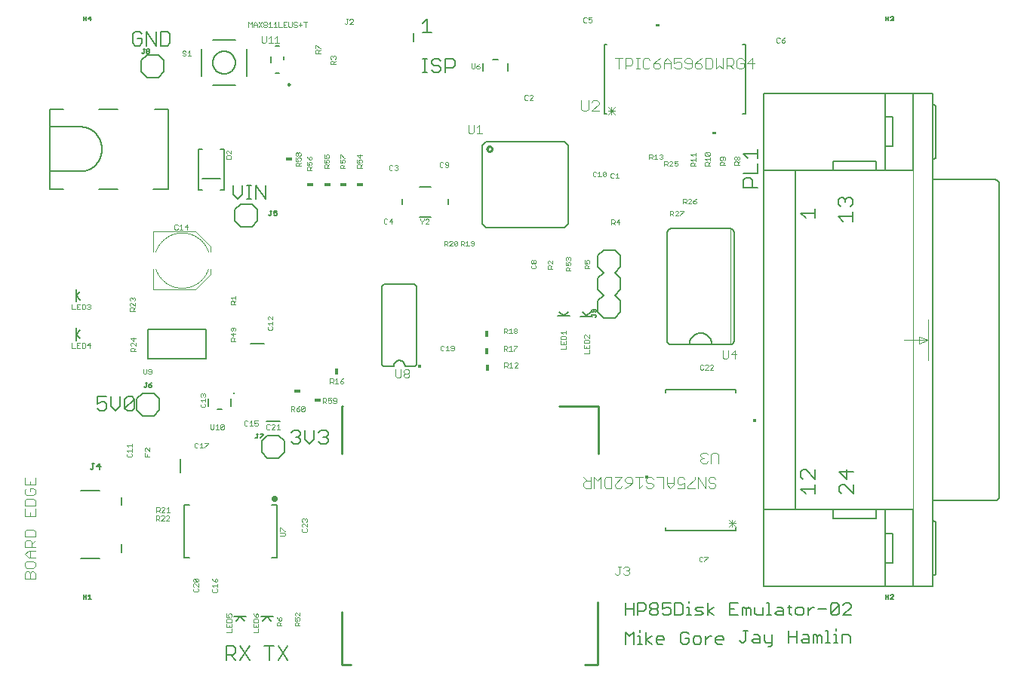
<source format=gbr>
G04 EAGLE Gerber RS-274X export*
G75*
%MOMM*%
%FSLAX34Y34*%
%LPD*%
%INSilkscreen Top*%
%IPPOS*%
%AMOC8*
5,1,8,0,0,1.08239X$1,22.5*%
G01*
%ADD10C,0.127000*%
%ADD11C,0.050800*%
%ADD12C,0.203200*%
%ADD13R,0.381000X0.762000*%
%ADD14C,0.436994*%
%ADD15C,0.101600*%
%ADD16C,0.254000*%
%ADD17C,0.076200*%
%ADD18C,0.254000*%
%ADD19C,0.152400*%
%ADD20C,0.177800*%
%ADD21R,0.762000X0.381000*%
%ADD22R,0.127000X0.508000*%
%ADD23C,0.718400*%
%ADD24C,0.025400*%

G36*
X691357Y727184D02*
X691357Y727184D01*
X691359Y727183D01*
X691402Y727203D01*
X691446Y727221D01*
X691446Y727223D01*
X691448Y727224D01*
X691481Y727309D01*
X691481Y729849D01*
X691480Y729851D01*
X691481Y729853D01*
X691461Y729896D01*
X691443Y729940D01*
X691441Y729940D01*
X691440Y729942D01*
X691355Y729975D01*
X687545Y729975D01*
X687543Y729974D01*
X687541Y729975D01*
X687498Y729955D01*
X687454Y729937D01*
X687454Y729935D01*
X687452Y729934D01*
X687419Y729849D01*
X687419Y727309D01*
X687420Y727307D01*
X687419Y727305D01*
X687439Y727262D01*
X687457Y727218D01*
X687459Y727218D01*
X687460Y727216D01*
X687545Y727183D01*
X691355Y727183D01*
X691357Y727184D01*
G37*
G36*
X754946Y606063D02*
X754946Y606063D01*
X754946Y606065D01*
X754948Y606066D01*
X754981Y606151D01*
X754981Y608691D01*
X754980Y608693D01*
X754981Y608695D01*
X754961Y608738D01*
X754943Y608782D01*
X754941Y608782D01*
X754940Y608784D01*
X754855Y608817D01*
X751045Y608817D01*
X751043Y608816D01*
X751041Y608817D01*
X750998Y608797D01*
X750954Y608779D01*
X750954Y608777D01*
X750952Y608776D01*
X750919Y608691D01*
X750919Y606151D01*
X750920Y606149D01*
X750919Y606147D01*
X750939Y606104D01*
X750957Y606060D01*
X750959Y606060D01*
X750960Y606058D01*
X751045Y606025D01*
X754855Y606025D01*
X754857Y606026D01*
X754859Y606025D01*
X754902Y606045D01*
X754946Y606063D01*
G37*
G36*
X799351Y282420D02*
X799351Y282420D01*
X799353Y282419D01*
X799396Y282439D01*
X799440Y282457D01*
X799440Y282459D01*
X799442Y282460D01*
X799475Y282545D01*
X799475Y286355D01*
X799474Y286357D01*
X799475Y286359D01*
X799455Y286402D01*
X799437Y286446D01*
X799435Y286446D01*
X799434Y286448D01*
X799349Y286481D01*
X796809Y286481D01*
X796807Y286480D01*
X796805Y286481D01*
X796762Y286461D01*
X796718Y286443D01*
X796718Y286441D01*
X796716Y286440D01*
X796683Y286355D01*
X796683Y282545D01*
X796684Y282543D01*
X796683Y282541D01*
X796703Y282498D01*
X796721Y282454D01*
X796723Y282454D01*
X796724Y282452D01*
X796809Y282419D01*
X799349Y282419D01*
X799351Y282420D01*
G37*
G36*
X678193Y218920D02*
X678193Y218920D01*
X678195Y218919D01*
X678238Y218939D01*
X678282Y218957D01*
X678282Y218959D01*
X678284Y218960D01*
X678317Y219045D01*
X678317Y222855D01*
X678316Y222857D01*
X678317Y222859D01*
X678297Y222902D01*
X678279Y222946D01*
X678277Y222946D01*
X678276Y222948D01*
X678191Y222981D01*
X675651Y222981D01*
X675649Y222980D01*
X675647Y222981D01*
X675604Y222961D01*
X675560Y222943D01*
X675560Y222941D01*
X675558Y222940D01*
X675525Y222855D01*
X675525Y219045D01*
X675526Y219043D01*
X675525Y219041D01*
X675545Y218998D01*
X675563Y218954D01*
X675565Y218954D01*
X675566Y218952D01*
X675651Y218919D01*
X678191Y218919D01*
X678193Y218920D01*
G37*
D10*
X653135Y65635D02*
X653135Y79377D01*
X653135Y72506D02*
X662296Y72506D01*
X662296Y79377D02*
X662296Y65635D01*
X666947Y65635D02*
X666947Y79377D01*
X673818Y79377D01*
X676108Y77086D01*
X676108Y72506D01*
X673818Y70216D01*
X666947Y70216D01*
X680759Y77086D02*
X683049Y79377D01*
X687629Y79377D01*
X689920Y77086D01*
X689920Y74796D01*
X687629Y72506D01*
X689920Y70216D01*
X689920Y67925D01*
X687629Y65635D01*
X683049Y65635D01*
X680759Y67925D01*
X680759Y70216D01*
X683049Y72506D01*
X680759Y74796D01*
X680759Y77086D01*
X683049Y72506D02*
X687629Y72506D01*
X694570Y79377D02*
X703732Y79377D01*
X694570Y79377D02*
X694570Y72506D01*
X699151Y74796D01*
X701441Y74796D01*
X703732Y72506D01*
X703732Y67925D01*
X701441Y65635D01*
X696861Y65635D01*
X694570Y67925D01*
X708382Y65635D02*
X708382Y79377D01*
X708382Y65635D02*
X715253Y65635D01*
X717543Y67925D01*
X717543Y77086D01*
X715253Y79377D01*
X708382Y79377D01*
X722194Y74796D02*
X724484Y74796D01*
X724484Y65635D01*
X722194Y65635D02*
X726774Y65635D01*
X724484Y79377D02*
X724484Y81667D01*
X731402Y65635D02*
X738273Y65635D01*
X740563Y67925D01*
X738273Y70216D01*
X733692Y70216D01*
X731402Y72506D01*
X733692Y74796D01*
X740563Y74796D01*
X745214Y79377D02*
X745214Y65635D01*
X745214Y70216D02*
X752084Y65635D01*
X745214Y70216D02*
X752084Y74796D01*
X770535Y79377D02*
X779696Y79377D01*
X770535Y79377D02*
X770535Y65635D01*
X779696Y65635D01*
X775116Y72506D02*
X770535Y72506D01*
X784347Y74796D02*
X784347Y65635D01*
X784347Y74796D02*
X786637Y74796D01*
X788927Y72506D01*
X788927Y65635D01*
X788927Y72506D02*
X791218Y74796D01*
X793508Y72506D01*
X793508Y65635D01*
X798159Y67925D02*
X798159Y74796D01*
X798159Y67925D02*
X800449Y65635D01*
X807320Y65635D01*
X807320Y74796D01*
X811970Y79377D02*
X814261Y79377D01*
X814261Y65635D01*
X816551Y65635D02*
X811970Y65635D01*
X823469Y74796D02*
X828049Y74796D01*
X830339Y72506D01*
X830339Y65635D01*
X823469Y65635D01*
X821178Y67925D01*
X823469Y70216D01*
X830339Y70216D01*
X837280Y67925D02*
X837280Y77086D01*
X837280Y67925D02*
X839571Y65635D01*
X839571Y74796D02*
X834990Y74796D01*
X846488Y65635D02*
X851069Y65635D01*
X853359Y67925D01*
X853359Y72506D01*
X851069Y74796D01*
X846488Y74796D01*
X844198Y72506D01*
X844198Y67925D01*
X846488Y65635D01*
X858010Y65635D02*
X858010Y74796D01*
X858010Y70216D02*
X862590Y74796D01*
X864881Y74796D01*
X869520Y72506D02*
X878681Y72506D01*
X883331Y77086D02*
X883331Y67925D01*
X883331Y77086D02*
X885622Y79377D01*
X890202Y79377D01*
X892492Y77086D01*
X892492Y67925D01*
X890202Y65635D01*
X885622Y65635D01*
X883331Y67925D01*
X892492Y77086D01*
X897143Y65635D02*
X906304Y65635D01*
X897143Y65635D02*
X906304Y74796D01*
X906304Y77086D01*
X904014Y79377D01*
X899433Y79377D01*
X897143Y77086D01*
X653135Y46877D02*
X653135Y33135D01*
X657716Y42296D02*
X653135Y46877D01*
X657716Y42296D02*
X662296Y46877D01*
X662296Y33135D01*
X666947Y42296D02*
X669237Y42296D01*
X669237Y33135D01*
X666947Y33135D02*
X671527Y33135D01*
X669237Y46877D02*
X669237Y49167D01*
X676155Y46877D02*
X676155Y33135D01*
X676155Y37716D02*
X683025Y33135D01*
X676155Y37716D02*
X683025Y42296D01*
X689955Y33135D02*
X694535Y33135D01*
X689955Y33135D02*
X687664Y35425D01*
X687664Y40006D01*
X689955Y42296D01*
X694535Y42296D01*
X696826Y40006D01*
X696826Y37716D01*
X687664Y37716D01*
X722159Y46877D02*
X724449Y44586D01*
X722159Y46877D02*
X717578Y46877D01*
X715288Y44586D01*
X715288Y35425D01*
X717578Y33135D01*
X722159Y33135D01*
X724449Y35425D01*
X724449Y40006D01*
X719869Y40006D01*
X731390Y33135D02*
X735971Y33135D01*
X738261Y35425D01*
X738261Y40006D01*
X735971Y42296D01*
X731390Y42296D01*
X729100Y40006D01*
X729100Y35425D01*
X731390Y33135D01*
X742912Y33135D02*
X742912Y42296D01*
X742912Y37716D02*
X747492Y42296D01*
X749782Y42296D01*
X756712Y33135D02*
X761292Y33135D01*
X756712Y33135D02*
X754421Y35425D01*
X754421Y40006D01*
X756712Y42296D01*
X761292Y42296D01*
X763583Y40006D01*
X763583Y37716D01*
X754421Y37716D01*
X781135Y36925D02*
X783425Y34635D01*
X785716Y34635D01*
X788006Y36925D01*
X788006Y48377D01*
X785716Y48377D02*
X790296Y48377D01*
X797237Y43796D02*
X801818Y43796D01*
X804108Y41506D01*
X804108Y34635D01*
X797237Y34635D01*
X794947Y36925D01*
X797237Y39216D01*
X804108Y39216D01*
X808759Y36925D02*
X808759Y43796D01*
X808759Y36925D02*
X811049Y34635D01*
X817920Y34635D01*
X817920Y32345D02*
X817920Y43796D01*
X817920Y32345D02*
X815629Y30054D01*
X813339Y30054D01*
X836382Y34635D02*
X836382Y48377D01*
X836382Y41506D02*
X845543Y41506D01*
X845543Y48377D02*
X845543Y34635D01*
X852484Y43796D02*
X857065Y43796D01*
X859355Y41506D01*
X859355Y34635D01*
X852484Y34635D01*
X850194Y36925D01*
X852484Y39216D01*
X859355Y39216D01*
X864006Y43796D02*
X864006Y34635D01*
X864006Y43796D02*
X866296Y43796D01*
X868586Y41506D01*
X868586Y34635D01*
X868586Y41506D02*
X870877Y43796D01*
X873167Y41506D01*
X873167Y34635D01*
X877817Y48377D02*
X880108Y48377D01*
X880108Y34635D01*
X882398Y34635D02*
X877817Y34635D01*
X887025Y43796D02*
X889316Y43796D01*
X889316Y34635D01*
X891606Y34635D02*
X887025Y34635D01*
X889316Y48377D02*
X889316Y50667D01*
X896233Y43796D02*
X896233Y34635D01*
X896233Y43796D02*
X903104Y43796D01*
X905394Y41506D01*
X905394Y34635D01*
X70973Y311142D02*
X60635Y311142D01*
X60635Y303389D01*
X65804Y305973D01*
X68389Y305973D01*
X70973Y303389D01*
X70973Y298220D01*
X68389Y295635D01*
X63220Y295635D01*
X60635Y298220D01*
X76071Y300804D02*
X76071Y311142D01*
X76071Y300804D02*
X81240Y295635D01*
X86409Y300804D01*
X86409Y311142D01*
X91507Y308558D02*
X91507Y298220D01*
X91507Y308558D02*
X94092Y311142D01*
X99261Y311142D01*
X101845Y308558D01*
X101845Y298220D01*
X99261Y295635D01*
X94092Y295635D01*
X91507Y298220D01*
X101845Y308558D01*
X278135Y271058D02*
X280720Y273642D01*
X285889Y273642D01*
X288473Y271058D01*
X288473Y268473D01*
X285889Y265889D01*
X283304Y265889D01*
X285889Y265889D02*
X288473Y263304D01*
X288473Y260720D01*
X285889Y258135D01*
X280720Y258135D01*
X278135Y260720D01*
X293571Y263304D02*
X293571Y273642D01*
X293571Y263304D02*
X298740Y258135D01*
X303909Y263304D01*
X303909Y273642D01*
X309007Y271058D02*
X311592Y273642D01*
X316761Y273642D01*
X319345Y271058D01*
X319345Y268473D01*
X316761Y265889D01*
X314176Y265889D01*
X316761Y265889D02*
X319345Y263304D01*
X319345Y260720D01*
X316761Y258135D01*
X311592Y258135D01*
X309007Y260720D01*
X213135Y538304D02*
X213135Y548642D01*
X213135Y538304D02*
X218304Y533135D01*
X223473Y538304D01*
X223473Y548642D01*
X228571Y533135D02*
X233740Y533135D01*
X231156Y533135D02*
X231156Y548642D01*
X233740Y548642D02*
X228571Y548642D01*
X238862Y548642D02*
X238862Y533135D01*
X249200Y533135D02*
X238862Y548642D01*
X249200Y548642D02*
X249200Y533135D01*
X110973Y718558D02*
X108389Y721142D01*
X103220Y721142D01*
X100635Y718558D01*
X100635Y708220D01*
X103220Y705635D01*
X108389Y705635D01*
X110973Y708220D01*
X110973Y713389D01*
X105804Y713389D01*
X116071Y721142D02*
X116071Y705635D01*
X126409Y705635D02*
X116071Y721142D01*
X126409Y721142D02*
X126409Y705635D01*
X131507Y705635D02*
X131507Y721142D01*
X131507Y705635D02*
X139261Y705635D01*
X141845Y708220D01*
X141845Y718558D01*
X139261Y721142D01*
X131507Y721142D01*
X425635Y675635D02*
X430804Y675635D01*
X428220Y675635D02*
X428220Y691142D01*
X430804Y691142D02*
X425635Y691142D01*
X443679Y691142D02*
X446264Y688558D01*
X443679Y691142D02*
X438510Y691142D01*
X435926Y688558D01*
X435926Y685973D01*
X438510Y683389D01*
X443679Y683389D01*
X446264Y680804D01*
X446264Y678220D01*
X443679Y675635D01*
X438510Y675635D01*
X435926Y678220D01*
X451362Y675635D02*
X451362Y691142D01*
X459115Y691142D01*
X461700Y688558D01*
X461700Y683389D01*
X459115Y680804D01*
X451362Y680804D01*
X425635Y730973D02*
X430804Y736142D01*
X430804Y720635D01*
X425635Y720635D02*
X435973Y720635D01*
X253304Y31142D02*
X253304Y15635D01*
X248135Y31142D02*
X258473Y31142D01*
X263571Y31142D02*
X273909Y15635D01*
X263571Y15635D02*
X273909Y31142D01*
X205635Y31142D02*
X205635Y15635D01*
X205635Y31142D02*
X213389Y31142D01*
X215973Y28558D01*
X215973Y23389D01*
X213389Y20804D01*
X205635Y20804D01*
X210804Y20804D02*
X215973Y15635D01*
X231409Y15635D02*
X221071Y31142D01*
X231409Y31142D02*
X221071Y15635D01*
D11*
X640469Y561455D02*
X639537Y562387D01*
X637673Y562387D01*
X636741Y561455D01*
X636741Y557726D01*
X637673Y556794D01*
X639537Y556794D01*
X640469Y557726D01*
X642354Y560523D02*
X644218Y562387D01*
X644218Y556794D01*
X642354Y556794D02*
X646083Y556794D01*
X571282Y454941D02*
X565689Y454941D01*
X565689Y457737D01*
X566621Y458669D01*
X568486Y458669D01*
X569418Y457737D01*
X569418Y454941D01*
X569418Y456805D02*
X571282Y458669D01*
X571282Y460554D02*
X571282Y464282D01*
X571282Y460554D02*
X567554Y464282D01*
X566621Y464282D01*
X565689Y463350D01*
X565689Y461486D01*
X566621Y460554D01*
X327912Y684818D02*
X322319Y684818D01*
X322319Y687614D01*
X323251Y688546D01*
X325116Y688546D01*
X326048Y687614D01*
X326048Y684818D01*
X326048Y686682D02*
X327912Y688546D01*
X323251Y690431D02*
X322319Y691363D01*
X322319Y693227D01*
X323251Y694159D01*
X324184Y694159D01*
X325116Y693227D01*
X325116Y692295D01*
X325116Y693227D02*
X326048Y694159D01*
X326980Y694159D01*
X327912Y693227D01*
X327912Y691363D01*
X326980Y690431D01*
X543037Y650167D02*
X543969Y649235D01*
X543037Y650167D02*
X541173Y650167D01*
X540241Y649235D01*
X540241Y645506D01*
X541173Y644574D01*
X543037Y644574D01*
X543969Y645506D01*
X545854Y644574D02*
X549583Y644574D01*
X545854Y644574D02*
X549583Y648303D01*
X549583Y649235D01*
X548650Y650167D01*
X546786Y650167D01*
X545854Y649235D01*
D12*
X577045Y401763D02*
X590695Y401763D01*
X588633Y406713D02*
X583870Y401950D01*
X579108Y406713D01*
D11*
X580758Y364728D02*
X586351Y364728D01*
X586351Y368456D01*
X580758Y370341D02*
X580758Y374069D01*
X580758Y370341D02*
X586351Y370341D01*
X586351Y374069D01*
X583555Y372205D02*
X583555Y370341D01*
X586351Y375954D02*
X580758Y375954D01*
X586351Y375954D02*
X586351Y378750D01*
X585419Y379682D01*
X581690Y379682D01*
X580758Y378750D01*
X580758Y375954D01*
X582623Y381567D02*
X580758Y383431D01*
X586351Y383431D01*
X586351Y381567D02*
X586351Y385296D01*
D12*
X215200Y661300D02*
X190100Y661300D01*
X177400Y671300D02*
X177400Y702100D01*
X190400Y712100D02*
X215200Y712100D01*
X228200Y702100D02*
X228200Y671300D01*
X190100Y686700D02*
X190104Y687012D01*
X190115Y687323D01*
X190134Y687634D01*
X190161Y687945D01*
X190196Y688255D01*
X190237Y688563D01*
X190287Y688871D01*
X190344Y689178D01*
X190409Y689483D01*
X190481Y689786D01*
X190560Y690087D01*
X190647Y690387D01*
X190741Y690684D01*
X190842Y690979D01*
X190951Y691271D01*
X191067Y691560D01*
X191190Y691847D01*
X191319Y692130D01*
X191456Y692410D01*
X191600Y692687D01*
X191750Y692960D01*
X191907Y693229D01*
X192070Y693494D01*
X192240Y693756D01*
X192417Y694013D01*
X192599Y694265D01*
X192788Y694513D01*
X192983Y694757D01*
X193183Y694995D01*
X193390Y695229D01*
X193602Y695457D01*
X193820Y695680D01*
X194043Y695898D01*
X194271Y696110D01*
X194505Y696317D01*
X194743Y696517D01*
X194987Y696712D01*
X195235Y696901D01*
X195487Y697083D01*
X195744Y697260D01*
X196006Y697430D01*
X196271Y697593D01*
X196540Y697750D01*
X196813Y697900D01*
X197090Y698044D01*
X197370Y698181D01*
X197653Y698310D01*
X197940Y698433D01*
X198229Y698549D01*
X198521Y698658D01*
X198816Y698759D01*
X199113Y698853D01*
X199413Y698940D01*
X199714Y699019D01*
X200017Y699091D01*
X200322Y699156D01*
X200629Y699213D01*
X200937Y699263D01*
X201245Y699304D01*
X201555Y699339D01*
X201866Y699366D01*
X202177Y699385D01*
X202488Y699396D01*
X202800Y699400D01*
X203112Y699396D01*
X203423Y699385D01*
X203734Y699366D01*
X204045Y699339D01*
X204355Y699304D01*
X204663Y699263D01*
X204971Y699213D01*
X205278Y699156D01*
X205583Y699091D01*
X205886Y699019D01*
X206187Y698940D01*
X206487Y698853D01*
X206784Y698759D01*
X207079Y698658D01*
X207371Y698549D01*
X207660Y698433D01*
X207947Y698310D01*
X208230Y698181D01*
X208510Y698044D01*
X208787Y697900D01*
X209060Y697750D01*
X209329Y697593D01*
X209594Y697430D01*
X209856Y697260D01*
X210113Y697083D01*
X210365Y696901D01*
X210613Y696712D01*
X210857Y696517D01*
X211095Y696317D01*
X211329Y696110D01*
X211557Y695898D01*
X211780Y695680D01*
X211998Y695457D01*
X212210Y695229D01*
X212417Y694995D01*
X212617Y694757D01*
X212812Y694513D01*
X213001Y694265D01*
X213183Y694013D01*
X213360Y693756D01*
X213530Y693494D01*
X213693Y693229D01*
X213850Y692960D01*
X214000Y692687D01*
X214144Y692410D01*
X214281Y692130D01*
X214410Y691847D01*
X214533Y691560D01*
X214649Y691271D01*
X214758Y690979D01*
X214859Y690684D01*
X214953Y690387D01*
X215040Y690087D01*
X215119Y689786D01*
X215191Y689483D01*
X215256Y689178D01*
X215313Y688871D01*
X215363Y688563D01*
X215404Y688255D01*
X215439Y687945D01*
X215466Y687634D01*
X215485Y687323D01*
X215496Y687012D01*
X215500Y686700D01*
X215496Y686388D01*
X215485Y686077D01*
X215466Y685766D01*
X215439Y685455D01*
X215404Y685145D01*
X215363Y684837D01*
X215313Y684529D01*
X215256Y684222D01*
X215191Y683917D01*
X215119Y683614D01*
X215040Y683313D01*
X214953Y683013D01*
X214859Y682716D01*
X214758Y682421D01*
X214649Y682129D01*
X214533Y681840D01*
X214410Y681553D01*
X214281Y681270D01*
X214144Y680990D01*
X214000Y680713D01*
X213850Y680440D01*
X213693Y680171D01*
X213530Y679906D01*
X213360Y679644D01*
X213183Y679387D01*
X213001Y679135D01*
X212812Y678887D01*
X212617Y678643D01*
X212417Y678405D01*
X212210Y678171D01*
X211998Y677943D01*
X211780Y677720D01*
X211557Y677502D01*
X211329Y677290D01*
X211095Y677083D01*
X210857Y676883D01*
X210613Y676688D01*
X210365Y676499D01*
X210113Y676317D01*
X209856Y676140D01*
X209594Y675970D01*
X209329Y675807D01*
X209060Y675650D01*
X208787Y675500D01*
X208510Y675356D01*
X208230Y675219D01*
X207947Y675090D01*
X207660Y674967D01*
X207371Y674851D01*
X207079Y674742D01*
X206784Y674641D01*
X206487Y674547D01*
X206187Y674460D01*
X205886Y674381D01*
X205583Y674309D01*
X205278Y674244D01*
X204971Y674187D01*
X204663Y674137D01*
X204355Y674096D01*
X204045Y674061D01*
X203734Y674034D01*
X203423Y674015D01*
X203112Y674004D01*
X202800Y674000D01*
X202488Y674004D01*
X202177Y674015D01*
X201866Y674034D01*
X201555Y674061D01*
X201245Y674096D01*
X200937Y674137D01*
X200629Y674187D01*
X200322Y674244D01*
X200017Y674309D01*
X199714Y674381D01*
X199413Y674460D01*
X199113Y674547D01*
X198816Y674641D01*
X198521Y674742D01*
X198229Y674851D01*
X197940Y674967D01*
X197653Y675090D01*
X197370Y675219D01*
X197090Y675356D01*
X196813Y675500D01*
X196540Y675650D01*
X196271Y675807D01*
X196006Y675970D01*
X195744Y676140D01*
X195487Y676317D01*
X195235Y676499D01*
X194987Y676688D01*
X194743Y676883D01*
X194505Y677083D01*
X194271Y677290D01*
X194043Y677502D01*
X193820Y677720D01*
X193602Y677943D01*
X193390Y678171D01*
X193183Y678405D01*
X192983Y678643D01*
X192788Y678887D01*
X192599Y679135D01*
X192417Y679387D01*
X192240Y679644D01*
X192070Y679906D01*
X191907Y680171D01*
X191750Y680440D01*
X191600Y680713D01*
X191456Y680990D01*
X191319Y681270D01*
X191190Y681553D01*
X191067Y681840D01*
X190951Y682129D01*
X190842Y682421D01*
X190741Y682716D01*
X190647Y683013D01*
X190560Y683313D01*
X190481Y683614D01*
X190409Y683917D01*
X190344Y684222D01*
X190287Y684529D01*
X190237Y684837D01*
X190196Y685145D01*
X190161Y685455D01*
X190134Y685766D01*
X190115Y686077D01*
X190104Y686388D01*
X190100Y686700D01*
D11*
X159946Y698839D02*
X159014Y699771D01*
X157150Y699771D01*
X156218Y698839D01*
X156218Y697907D01*
X157150Y696974D01*
X159014Y696974D01*
X159946Y696042D01*
X159946Y695110D01*
X159014Y694178D01*
X157150Y694178D01*
X156218Y695110D01*
X161831Y697907D02*
X163695Y699771D01*
X163695Y694178D01*
X161831Y694178D02*
X165559Y694178D01*
D13*
X498400Y343500D03*
D11*
X517264Y343874D02*
X517264Y349467D01*
X520060Y349467D01*
X520993Y348535D01*
X520993Y346670D01*
X520060Y345738D01*
X517264Y345738D01*
X519128Y345738D02*
X520993Y343874D01*
X522877Y347603D02*
X524741Y349467D01*
X524741Y343874D01*
X522877Y343874D02*
X526606Y343874D01*
X528490Y343874D02*
X532219Y343874D01*
X528490Y343874D02*
X532219Y347603D01*
X532219Y348535D01*
X531287Y349467D01*
X529422Y349467D01*
X528490Y348535D01*
D13*
X329400Y339500D03*
D11*
X321705Y331631D02*
X321705Y326038D01*
X321705Y331631D02*
X324501Y331631D01*
X325433Y330699D01*
X325433Y328834D01*
X324501Y327902D01*
X321705Y327902D01*
X323569Y327902D02*
X325433Y326038D01*
X327318Y329767D02*
X329182Y331631D01*
X329182Y326038D01*
X327318Y326038D02*
X331046Y326038D01*
X334795Y330699D02*
X336659Y331631D01*
X334795Y330699D02*
X332931Y328834D01*
X332931Y326970D01*
X333863Y326038D01*
X335727Y326038D01*
X336659Y326970D01*
X336659Y327902D01*
X335727Y328834D01*
X332931Y328834D01*
D13*
X497900Y362400D03*
D11*
X516764Y362774D02*
X516764Y368367D01*
X519560Y368367D01*
X520493Y367435D01*
X520493Y365570D01*
X519560Y364638D01*
X516764Y364638D01*
X518628Y364638D02*
X520493Y362774D01*
X522377Y366503D02*
X524241Y368367D01*
X524241Y362774D01*
X522377Y362774D02*
X526106Y362774D01*
X527990Y368367D02*
X531719Y368367D01*
X531719Y367435D01*
X527990Y363706D01*
X527990Y362774D01*
D12*
X379737Y348982D02*
X379737Y433818D01*
X414853Y437628D02*
X414966Y437644D01*
X415080Y437655D01*
X415194Y437662D01*
X415308Y437666D01*
X415423Y437665D01*
X415537Y437661D01*
X415651Y437653D01*
X415765Y437641D01*
X415878Y437625D01*
X415990Y437605D01*
X416102Y437581D01*
X416213Y437554D01*
X416323Y437522D01*
X416432Y437487D01*
X416540Y437449D01*
X416646Y437406D01*
X416750Y437360D01*
X416854Y437311D01*
X416955Y437258D01*
X417054Y437202D01*
X417152Y437142D01*
X417247Y437079D01*
X417340Y437012D01*
X417431Y436943D01*
X417519Y436871D01*
X417605Y436795D01*
X417689Y436717D01*
X417769Y436636D01*
X417847Y436552D01*
X417922Y436465D01*
X417993Y436376D01*
X418062Y436285D01*
X418128Y436191D01*
X418190Y436096D01*
X418249Y435998D01*
X418305Y435898D01*
X418357Y435796D01*
X418406Y435693D01*
X418451Y435588D01*
X418492Y435481D01*
X418530Y435373D01*
X418565Y435264D01*
X418595Y435154D01*
X418622Y435043D01*
X418644Y434931D01*
X418663Y434818D01*
X379737Y348982D02*
X379754Y348852D01*
X379775Y348723D01*
X379800Y348594D01*
X379828Y348466D01*
X379861Y348339D01*
X379897Y348213D01*
X379938Y348088D01*
X379982Y347965D01*
X380029Y347843D01*
X380081Y347722D01*
X380135Y347603D01*
X380194Y347486D01*
X380256Y347371D01*
X380321Y347257D01*
X380390Y347145D01*
X380463Y347036D01*
X380538Y346929D01*
X380617Y346824D01*
X380699Y346722D01*
X380784Y346622D01*
X380871Y346525D01*
X380962Y346430D01*
X381056Y346338D01*
X381152Y346249D01*
X381251Y346163D01*
X381352Y346081D01*
X381456Y346001D01*
X381563Y345924D01*
X381671Y345851D01*
X381782Y345781D01*
X381895Y345714D01*
X382010Y345651D01*
X382126Y345591D01*
X382245Y345535D01*
X382365Y345482D01*
X382486Y345433D01*
X382609Y345388D01*
X382734Y345346D01*
X382859Y345308D01*
X382986Y345275D01*
X383113Y345244D01*
X383242Y345218D01*
X383371Y345196D01*
X383501Y345177D01*
X383631Y345163D01*
X383762Y345152D01*
X383893Y345146D01*
X384024Y345143D01*
X384155Y345144D01*
X384286Y345150D01*
X384416Y345159D01*
X384547Y345172D01*
X379737Y433818D02*
X379739Y433940D01*
X379745Y434062D01*
X379755Y434184D01*
X379768Y434305D01*
X379786Y434426D01*
X379807Y434546D01*
X379832Y434666D01*
X379861Y434785D01*
X379894Y434902D01*
X379931Y435019D01*
X379971Y435134D01*
X380015Y435248D01*
X380063Y435360D01*
X380114Y435471D01*
X380169Y435580D01*
X380227Y435688D01*
X380289Y435793D01*
X380354Y435897D01*
X380422Y435998D01*
X380493Y436097D01*
X380568Y436194D01*
X380646Y436288D01*
X380726Y436380D01*
X380810Y436469D01*
X380896Y436555D01*
X380985Y436639D01*
X381077Y436719D01*
X381171Y436797D01*
X381268Y436872D01*
X381367Y436943D01*
X381468Y437011D01*
X381572Y437076D01*
X381677Y437138D01*
X381785Y437196D01*
X381894Y437251D01*
X382005Y437302D01*
X382117Y437350D01*
X382231Y437394D01*
X382346Y437434D01*
X382463Y437471D01*
X382580Y437504D01*
X382699Y437533D01*
X382819Y437558D01*
X382939Y437579D01*
X383060Y437597D01*
X383181Y437610D01*
X383303Y437620D01*
X383425Y437626D01*
X383547Y437628D01*
X418663Y348983D02*
X418678Y348869D01*
X418690Y348755D01*
X418697Y348641D01*
X418701Y348527D01*
X418700Y348413D01*
X418696Y348298D01*
X418688Y348184D01*
X418676Y348071D01*
X418660Y347958D01*
X418640Y347845D01*
X418616Y347733D01*
X418589Y347622D01*
X418558Y347512D01*
X418523Y347403D01*
X418484Y347296D01*
X418442Y347189D01*
X418396Y347085D01*
X418346Y346982D01*
X418293Y346880D01*
X418237Y346781D01*
X418177Y346683D01*
X418114Y346588D01*
X418048Y346495D01*
X417978Y346404D01*
X417906Y346316D01*
X417830Y346230D01*
X417752Y346147D01*
X417671Y346066D01*
X417587Y345988D01*
X417501Y345914D01*
X417412Y345842D01*
X417320Y345773D01*
X417227Y345707D01*
X417131Y345645D01*
X417033Y345586D01*
X416933Y345530D01*
X416831Y345478D01*
X416728Y345430D01*
X416623Y345384D01*
X416516Y345343D01*
X416408Y345305D01*
X416299Y345271D01*
X416189Y345241D01*
X416078Y345214D01*
X415966Y345191D01*
X415853Y345172D01*
X418663Y348982D02*
X418663Y434818D01*
X414853Y437628D02*
X383547Y437628D01*
X393104Y345680D02*
X393106Y345838D01*
X393112Y345997D01*
X393122Y346155D01*
X393136Y346312D01*
X393153Y346470D01*
X393175Y346626D01*
X393200Y346783D01*
X393230Y346938D01*
X393263Y347093D01*
X393300Y347247D01*
X393341Y347400D01*
X393386Y347552D01*
X393435Y347702D01*
X393487Y347852D01*
X393543Y348000D01*
X393603Y348147D01*
X393666Y348292D01*
X393733Y348435D01*
X393803Y348577D01*
X393877Y348717D01*
X393955Y348855D01*
X394036Y348991D01*
X394120Y349125D01*
X394207Y349257D01*
X394298Y349387D01*
X394392Y349514D01*
X394489Y349639D01*
X394590Y349762D01*
X394693Y349882D01*
X394799Y349999D01*
X394908Y350114D01*
X395020Y350226D01*
X395135Y350335D01*
X395252Y350441D01*
X395372Y350544D01*
X395495Y350645D01*
X395620Y350742D01*
X395747Y350836D01*
X395877Y350927D01*
X396009Y351014D01*
X396143Y351098D01*
X396279Y351179D01*
X396417Y351257D01*
X396557Y351331D01*
X396699Y351401D01*
X396842Y351468D01*
X396987Y351531D01*
X397134Y351591D01*
X397282Y351647D01*
X397432Y351699D01*
X397582Y351748D01*
X397734Y351793D01*
X397887Y351834D01*
X398041Y351871D01*
X398196Y351904D01*
X398351Y351934D01*
X398508Y351959D01*
X398664Y351981D01*
X398822Y351998D01*
X398979Y352012D01*
X399137Y352022D01*
X399296Y352028D01*
X399454Y352030D01*
X399612Y352028D01*
X399771Y352022D01*
X399929Y352012D01*
X400086Y351998D01*
X400244Y351981D01*
X400400Y351959D01*
X400557Y351934D01*
X400712Y351904D01*
X400867Y351871D01*
X401021Y351834D01*
X401174Y351793D01*
X401326Y351748D01*
X401476Y351699D01*
X401626Y351647D01*
X401774Y351591D01*
X401921Y351531D01*
X402066Y351468D01*
X402209Y351401D01*
X402351Y351331D01*
X402491Y351257D01*
X402629Y351179D01*
X402765Y351098D01*
X402899Y351014D01*
X403031Y350927D01*
X403161Y350836D01*
X403288Y350742D01*
X403413Y350645D01*
X403536Y350544D01*
X403656Y350441D01*
X403773Y350335D01*
X403888Y350226D01*
X404000Y350114D01*
X404109Y349999D01*
X404215Y349882D01*
X404318Y349762D01*
X404419Y349639D01*
X404516Y349514D01*
X404610Y349387D01*
X404701Y349257D01*
X404788Y349125D01*
X404872Y348991D01*
X404953Y348855D01*
X405031Y348717D01*
X405105Y348577D01*
X405175Y348435D01*
X405242Y348292D01*
X405305Y348147D01*
X405365Y348000D01*
X405421Y347852D01*
X405473Y347702D01*
X405522Y347552D01*
X405567Y347400D01*
X405608Y347247D01*
X405645Y347093D01*
X405678Y346938D01*
X405708Y346783D01*
X405733Y346626D01*
X405755Y346470D01*
X405772Y346312D01*
X405786Y346155D01*
X405796Y345997D01*
X405802Y345838D01*
X405804Y345680D01*
X393104Y345172D02*
X384674Y345172D01*
X405804Y345172D02*
X415853Y345172D01*
D14*
X422314Y345680D03*
D15*
X395158Y341810D02*
X395158Y334183D01*
X396683Y332658D01*
X399734Y332658D01*
X401259Y334183D01*
X401259Y341810D01*
X404513Y340285D02*
X406038Y341810D01*
X409089Y341810D01*
X410614Y340285D01*
X410614Y338759D01*
X409089Y337234D01*
X410614Y335709D01*
X410614Y334183D01*
X409089Y332658D01*
X406038Y332658D01*
X404513Y334183D01*
X404513Y335709D01*
X406038Y337234D01*
X404513Y338759D01*
X404513Y340285D01*
X406038Y337234D02*
X409089Y337234D01*
D13*
X497900Y381900D03*
D11*
X516764Y382274D02*
X516764Y387867D01*
X519560Y387867D01*
X520493Y386935D01*
X520493Y385070D01*
X519560Y384138D01*
X516764Y384138D01*
X518628Y384138D02*
X520493Y382274D01*
X522377Y386003D02*
X524241Y387867D01*
X524241Y382274D01*
X522377Y382274D02*
X526106Y382274D01*
X527990Y386935D02*
X528922Y387867D01*
X530787Y387867D01*
X531719Y386935D01*
X531719Y386003D01*
X530787Y385070D01*
X531719Y384138D01*
X531719Y383206D01*
X530787Y382274D01*
X528922Y382274D01*
X527990Y383206D01*
X527990Y384138D01*
X528922Y385070D01*
X527990Y386003D01*
X527990Y386935D01*
X528922Y385070D02*
X530787Y385070D01*
D16*
X578790Y300150D02*
X622780Y300150D01*
X622780Y246810D01*
X621780Y80710D02*
X621780Y10320D01*
X607600Y10200D01*
X335330Y10320D02*
X335330Y69090D01*
X335330Y10320D02*
X345110Y10320D01*
X336220Y300150D02*
X335330Y300150D01*
X335330Y246810D01*
D17*
X641581Y112449D02*
X643149Y110881D01*
X644716Y110881D01*
X646284Y112449D01*
X646284Y120287D01*
X644716Y120287D02*
X647852Y120287D01*
X650936Y118719D02*
X652504Y120287D01*
X655639Y120287D01*
X657207Y118719D01*
X657207Y117152D01*
X655639Y115584D01*
X654072Y115584D01*
X655639Y115584D02*
X657207Y114016D01*
X657207Y112449D01*
X655639Y110881D01*
X652504Y110881D01*
X650936Y112449D01*
D11*
X94765Y247163D02*
X93833Y246231D01*
X93833Y244366D01*
X94765Y243434D01*
X98494Y243434D01*
X99426Y244366D01*
X99426Y246231D01*
X98494Y247163D01*
X95698Y249047D02*
X93833Y250912D01*
X99426Y250912D01*
X99426Y252776D02*
X99426Y249047D01*
X95698Y254661D02*
X93833Y256525D01*
X99426Y256525D01*
X99426Y254661D02*
X99426Y258389D01*
X261969Y54041D02*
X267562Y54041D01*
X261969Y54041D02*
X261969Y56837D01*
X262901Y57769D01*
X264766Y57769D01*
X265698Y56837D01*
X265698Y54041D01*
X265698Y55905D02*
X267562Y57769D01*
X262901Y61518D02*
X261969Y63382D01*
X262901Y61518D02*
X264766Y59654D01*
X266630Y59654D01*
X267562Y60586D01*
X267562Y62450D01*
X266630Y63382D01*
X265698Y63382D01*
X264766Y62450D01*
X264766Y59654D01*
X468434Y480474D02*
X468434Y486067D01*
X471231Y486067D01*
X472163Y485135D01*
X472163Y483270D01*
X471231Y482338D01*
X468434Y482338D01*
X470299Y482338D02*
X472163Y480474D01*
X474047Y484203D02*
X475912Y486067D01*
X475912Y480474D01*
X477776Y480474D02*
X474047Y480474D01*
X479661Y481406D02*
X480593Y480474D01*
X482457Y480474D01*
X483389Y481406D01*
X483389Y485135D01*
X482457Y486067D01*
X480593Y486067D01*
X479661Y485135D01*
X479661Y484203D01*
X480593Y483270D01*
X483389Y483270D01*
X449934Y480474D02*
X449934Y486067D01*
X452731Y486067D01*
X453663Y485135D01*
X453663Y483270D01*
X452731Y482338D01*
X449934Y482338D01*
X451799Y482338D02*
X453663Y480474D01*
X455547Y480474D02*
X459276Y480474D01*
X455547Y480474D02*
X459276Y484203D01*
X459276Y485135D01*
X458344Y486067D01*
X456480Y486067D01*
X455547Y485135D01*
X461161Y485135D02*
X461161Y481406D01*
X461161Y485135D02*
X462093Y486067D01*
X463957Y486067D01*
X464889Y485135D01*
X464889Y481406D01*
X463957Y480474D01*
X462093Y480474D01*
X461161Y481406D01*
X464889Y485135D01*
X190501Y95463D02*
X189569Y94531D01*
X189569Y92666D01*
X190501Y91734D01*
X194230Y91734D01*
X195162Y92666D01*
X195162Y94531D01*
X194230Y95463D01*
X191434Y97347D02*
X189569Y99212D01*
X195162Y99212D01*
X195162Y101076D02*
X195162Y97347D01*
X190501Y104825D02*
X189569Y106689D01*
X190501Y104825D02*
X192366Y102961D01*
X194230Y102961D01*
X195162Y103893D01*
X195162Y105757D01*
X194230Y106689D01*
X193298Y106689D01*
X192366Y105757D01*
X192366Y102961D01*
D12*
X153470Y226380D02*
X153470Y241620D01*
D11*
X172731Y259321D02*
X173663Y258389D01*
X172731Y259321D02*
X170866Y259321D01*
X169934Y258389D01*
X169934Y254660D01*
X170866Y253728D01*
X172731Y253728D01*
X173663Y254660D01*
X175547Y257457D02*
X177412Y259321D01*
X177412Y253728D01*
X179276Y253728D02*
X175547Y253728D01*
X181161Y259321D02*
X184889Y259321D01*
X184889Y258389D01*
X181161Y254660D01*
X181161Y253728D01*
X126934Y186967D02*
X126934Y181374D01*
X126934Y186967D02*
X129731Y186967D01*
X130663Y186035D01*
X130663Y184170D01*
X129731Y183238D01*
X126934Y183238D01*
X128799Y183238D02*
X130663Y181374D01*
X132547Y181374D02*
X136276Y181374D01*
X132547Y181374D02*
X136276Y185103D01*
X136276Y186035D01*
X135344Y186967D01*
X133480Y186967D01*
X132547Y186035D01*
X138161Y185103D02*
X140025Y186967D01*
X140025Y181374D01*
X138161Y181374D02*
X141889Y181374D01*
X126434Y177467D02*
X126434Y171874D01*
X126434Y177467D02*
X129231Y177467D01*
X130163Y176535D01*
X130163Y174670D01*
X129231Y173738D01*
X126434Y173738D01*
X128299Y173738D02*
X130163Y171874D01*
X132047Y171874D02*
X135776Y171874D01*
X132047Y171874D02*
X135776Y175603D01*
X135776Y176535D01*
X134844Y177467D01*
X132980Y177467D01*
X132047Y176535D01*
X137661Y171874D02*
X141389Y171874D01*
X137661Y171874D02*
X141389Y175603D01*
X141389Y176535D01*
X140457Y177467D01*
X138593Y177467D01*
X137661Y176535D01*
X169201Y95663D02*
X168269Y94731D01*
X168269Y92866D01*
X169201Y91934D01*
X172930Y91934D01*
X173862Y92866D01*
X173862Y94731D01*
X172930Y95663D01*
X173862Y97547D02*
X173862Y101276D01*
X170134Y101276D02*
X173862Y97547D01*
X170134Y101276D02*
X169201Y101276D01*
X168269Y100344D01*
X168269Y98480D01*
X169201Y97547D01*
X169201Y103161D02*
X172930Y103161D01*
X169201Y103161D02*
X168269Y104093D01*
X168269Y105957D01*
X169201Y106889D01*
X172930Y106889D01*
X173862Y105957D01*
X173862Y104093D01*
X172930Y103161D01*
X169201Y106889D01*
D12*
X214175Y64238D02*
X227825Y64238D01*
X221000Y64050D02*
X216238Y59288D01*
X221000Y64050D02*
X225763Y59288D01*
D11*
X211221Y46728D02*
X205628Y46728D01*
X211221Y46728D02*
X211221Y50456D01*
X205628Y52341D02*
X205628Y56069D01*
X205628Y52341D02*
X211221Y52341D01*
X211221Y56069D01*
X208425Y54205D02*
X208425Y52341D01*
X211221Y57954D02*
X205628Y57954D01*
X211221Y57954D02*
X211221Y60750D01*
X210289Y61682D01*
X206560Y61682D01*
X205628Y60750D01*
X205628Y57954D01*
X205628Y63567D02*
X205628Y67296D01*
X205628Y63567D02*
X208425Y63567D01*
X207493Y65431D01*
X207493Y66363D01*
X208425Y67296D01*
X210289Y67296D01*
X211221Y66363D01*
X211221Y64499D01*
X210289Y63567D01*
D12*
X244175Y64238D02*
X257825Y64238D01*
X251000Y64050D02*
X246238Y59288D01*
X251000Y64050D02*
X255763Y59288D01*
D11*
X241221Y46728D02*
X235628Y46728D01*
X241221Y46728D02*
X241221Y50456D01*
X235628Y52341D02*
X235628Y56069D01*
X235628Y52341D02*
X241221Y52341D01*
X241221Y56069D01*
X238425Y54205D02*
X238425Y52341D01*
X241221Y57954D02*
X235628Y57954D01*
X241221Y57954D02*
X241221Y60750D01*
X240289Y61682D01*
X236560Y61682D01*
X235628Y60750D01*
X235628Y57954D01*
X236560Y65431D02*
X235628Y67296D01*
X236560Y65431D02*
X238425Y63567D01*
X240289Y63567D01*
X241221Y64499D01*
X241221Y66363D01*
X240289Y67296D01*
X239357Y67296D01*
X238425Y66363D01*
X238425Y63567D01*
X119316Y244241D02*
X113723Y244241D01*
X113723Y247969D01*
X116520Y246105D02*
X116520Y244241D01*
X119316Y249854D02*
X119316Y253583D01*
X115588Y253583D02*
X119316Y249854D01*
X115588Y253583D02*
X114655Y253583D01*
X113723Y252650D01*
X113723Y250786D01*
X114655Y249854D01*
D12*
X521424Y677506D02*
X521424Y686094D01*
X492976Y686094D02*
X492976Y677506D01*
X504516Y689904D02*
X509884Y689904D01*
D11*
X480341Y685401D02*
X480341Y680740D01*
X481273Y679808D01*
X483137Y679808D01*
X484069Y680740D01*
X484069Y685401D01*
X487818Y684469D02*
X489682Y685401D01*
X487818Y684469D02*
X485954Y682604D01*
X485954Y680740D01*
X486886Y679808D01*
X488750Y679808D01*
X489682Y680740D01*
X489682Y681672D01*
X488750Y682604D01*
X485954Y682604D01*
D12*
X496700Y597600D02*
X492700Y593600D01*
X496700Y597600D02*
X584700Y597600D01*
X588700Y593600D01*
X588700Y505600D01*
X584700Y501600D01*
X496700Y501600D01*
X492700Y505600D01*
X492700Y593600D01*
D16*
X497873Y589600D02*
X497875Y589706D01*
X497881Y589811D01*
X497891Y589917D01*
X497905Y590021D01*
X497922Y590126D01*
X497944Y590229D01*
X497969Y590332D01*
X497999Y590433D01*
X498032Y590534D01*
X498068Y590633D01*
X498109Y590730D01*
X498153Y590827D01*
X498201Y590921D01*
X498252Y591014D01*
X498306Y591104D01*
X498364Y591193D01*
X498425Y591279D01*
X498490Y591363D01*
X498557Y591444D01*
X498628Y591523D01*
X498701Y591599D01*
X498777Y591672D01*
X498856Y591743D01*
X498937Y591810D01*
X499021Y591875D01*
X499107Y591936D01*
X499196Y591994D01*
X499287Y592048D01*
X499379Y592099D01*
X499473Y592147D01*
X499570Y592191D01*
X499667Y592232D01*
X499766Y592268D01*
X499867Y592301D01*
X499968Y592331D01*
X500071Y592356D01*
X500174Y592378D01*
X500279Y592395D01*
X500383Y592409D01*
X500489Y592419D01*
X500594Y592425D01*
X500700Y592427D01*
X500806Y592425D01*
X500911Y592419D01*
X501017Y592409D01*
X501121Y592395D01*
X501226Y592378D01*
X501329Y592356D01*
X501432Y592331D01*
X501533Y592301D01*
X501634Y592268D01*
X501733Y592232D01*
X501830Y592191D01*
X501927Y592147D01*
X502021Y592099D01*
X502114Y592048D01*
X502204Y591994D01*
X502293Y591936D01*
X502379Y591875D01*
X502463Y591810D01*
X502544Y591743D01*
X502623Y591672D01*
X502699Y591599D01*
X502772Y591523D01*
X502843Y591444D01*
X502910Y591363D01*
X502975Y591279D01*
X503036Y591193D01*
X503094Y591104D01*
X503148Y591013D01*
X503199Y590921D01*
X503247Y590827D01*
X503291Y590730D01*
X503332Y590633D01*
X503368Y590534D01*
X503401Y590433D01*
X503431Y590332D01*
X503456Y590229D01*
X503478Y590126D01*
X503495Y590021D01*
X503509Y589917D01*
X503519Y589811D01*
X503525Y589706D01*
X503527Y589600D01*
X503525Y589494D01*
X503519Y589389D01*
X503509Y589283D01*
X503495Y589179D01*
X503478Y589074D01*
X503456Y588971D01*
X503431Y588868D01*
X503401Y588767D01*
X503368Y588666D01*
X503332Y588567D01*
X503291Y588470D01*
X503247Y588373D01*
X503199Y588279D01*
X503148Y588186D01*
X503094Y588096D01*
X503036Y588007D01*
X502975Y587921D01*
X502910Y587837D01*
X502843Y587756D01*
X502772Y587677D01*
X502699Y587601D01*
X502623Y587528D01*
X502544Y587457D01*
X502463Y587390D01*
X502379Y587325D01*
X502293Y587264D01*
X502204Y587206D01*
X502113Y587152D01*
X502021Y587101D01*
X501927Y587053D01*
X501830Y587009D01*
X501733Y586968D01*
X501634Y586932D01*
X501533Y586899D01*
X501432Y586869D01*
X501329Y586844D01*
X501226Y586822D01*
X501121Y586805D01*
X501017Y586791D01*
X500911Y586781D01*
X500806Y586775D01*
X500700Y586773D01*
X500594Y586775D01*
X500489Y586781D01*
X500383Y586791D01*
X500279Y586805D01*
X500174Y586822D01*
X500071Y586844D01*
X499968Y586869D01*
X499867Y586899D01*
X499766Y586932D01*
X499667Y586968D01*
X499570Y587009D01*
X499473Y587053D01*
X499379Y587101D01*
X499286Y587152D01*
X499196Y587206D01*
X499107Y587264D01*
X499021Y587325D01*
X498937Y587390D01*
X498856Y587457D01*
X498777Y587528D01*
X498701Y587601D01*
X498628Y587677D01*
X498557Y587756D01*
X498490Y587837D01*
X498425Y587921D01*
X498364Y588007D01*
X498306Y588096D01*
X498252Y588187D01*
X498201Y588279D01*
X498153Y588373D01*
X498109Y588470D01*
X498068Y588567D01*
X498032Y588666D01*
X497999Y588767D01*
X497969Y588868D01*
X497944Y588971D01*
X497922Y589074D01*
X497905Y589179D01*
X497891Y589283D01*
X497881Y589389D01*
X497875Y589494D01*
X497873Y589600D01*
D15*
X476853Y608983D02*
X476853Y616610D01*
X476853Y608983D02*
X478378Y607458D01*
X481429Y607458D01*
X482954Y608983D01*
X482954Y616610D01*
X486208Y613559D02*
X489259Y616610D01*
X489259Y607458D01*
X492309Y607458D02*
X486208Y607458D01*
D11*
X637341Y510131D02*
X637341Y504538D01*
X637341Y510131D02*
X640137Y510131D01*
X641069Y509199D01*
X641069Y507334D01*
X640137Y506402D01*
X637341Y506402D01*
X639205Y506402D02*
X641069Y504538D01*
X645750Y504538D02*
X645750Y510131D01*
X642954Y507334D01*
X646682Y507334D01*
X548065Y459069D02*
X547133Y458137D01*
X547133Y456273D01*
X548065Y455341D01*
X551794Y455341D01*
X552726Y456273D01*
X552726Y458137D01*
X551794Y459069D01*
X548065Y460954D02*
X547133Y461886D01*
X547133Y463750D01*
X548065Y464683D01*
X548998Y464683D01*
X549930Y463750D01*
X550862Y464683D01*
X551794Y464683D01*
X552726Y463750D01*
X552726Y461886D01*
X551794Y460954D01*
X550862Y460954D01*
X549930Y461886D01*
X548998Y460954D01*
X548065Y460954D01*
X549930Y461886D02*
X549930Y463750D01*
X448669Y573735D02*
X447737Y574667D01*
X445873Y574667D01*
X444941Y573735D01*
X444941Y570006D01*
X445873Y569074D01*
X447737Y569074D01*
X448669Y570006D01*
X450554Y570006D02*
X451486Y569074D01*
X453350Y569074D01*
X454283Y570006D01*
X454283Y573735D01*
X453350Y574667D01*
X451486Y574667D01*
X450554Y573735D01*
X450554Y572803D01*
X451486Y571870D01*
X454283Y571870D01*
X619331Y564167D02*
X620263Y563235D01*
X619331Y564167D02*
X617466Y564167D01*
X616534Y563235D01*
X616534Y559506D01*
X617466Y558574D01*
X619331Y558574D01*
X620263Y559506D01*
X622147Y562303D02*
X624012Y564167D01*
X624012Y558574D01*
X625876Y558574D02*
X622147Y558574D01*
X627761Y559506D02*
X627761Y563235D01*
X628693Y564167D01*
X630557Y564167D01*
X631489Y563235D01*
X631489Y559506D01*
X630557Y558574D01*
X628693Y558574D01*
X627761Y559506D01*
X631489Y563235D01*
D12*
X247520Y370470D02*
X232280Y370470D01*
D11*
X251579Y389231D02*
X252511Y390163D01*
X251579Y389231D02*
X251579Y387366D01*
X252511Y386434D01*
X256240Y386434D01*
X257172Y387366D01*
X257172Y389231D01*
X256240Y390163D01*
X253444Y392047D02*
X251579Y393912D01*
X257172Y393912D01*
X257172Y395776D02*
X257172Y392047D01*
X257172Y397661D02*
X257172Y401389D01*
X257172Y397661D02*
X253444Y401389D01*
X252511Y401389D01*
X251579Y400457D01*
X251579Y398593D01*
X252511Y397661D01*
X177301Y303463D02*
X176369Y302531D01*
X176369Y300666D01*
X177301Y299734D01*
X181030Y299734D01*
X181962Y300666D01*
X181962Y302531D01*
X181030Y303463D01*
X178234Y305347D02*
X176369Y307212D01*
X181962Y307212D01*
X181962Y309076D02*
X181962Y305347D01*
X177301Y310961D02*
X176369Y311893D01*
X176369Y313757D01*
X177301Y314689D01*
X178234Y314689D01*
X179166Y313757D01*
X179166Y312825D01*
X179166Y313757D02*
X180098Y314689D01*
X181030Y314689D01*
X181962Y313757D01*
X181962Y311893D01*
X181030Y310961D01*
D15*
X123000Y474000D02*
X123000Y497000D01*
X171000Y497000D01*
X188000Y480000D01*
X188000Y474000D01*
X188000Y455000D02*
X188000Y449000D01*
X171000Y432000D01*
X123000Y432000D01*
X123000Y455000D01*
X126000Y474000D02*
X126241Y474718D01*
X126500Y475431D01*
X126776Y476136D01*
X127069Y476835D01*
X127379Y477527D01*
X127706Y478210D01*
X128049Y478886D01*
X128409Y479553D01*
X128785Y480211D01*
X129177Y480859D01*
X129585Y481498D01*
X130008Y482126D01*
X130447Y482744D01*
X130900Y483351D01*
X131369Y483947D01*
X131851Y484531D01*
X132348Y485103D01*
X132859Y485663D01*
X133383Y486210D01*
X133920Y486745D01*
X134471Y487266D01*
X135034Y487773D01*
X135609Y488266D01*
X136196Y488746D01*
X136794Y489210D01*
X137404Y489660D01*
X138025Y490095D01*
X138656Y490515D01*
X139297Y490919D01*
X139947Y491307D01*
X140608Y491679D01*
X141276Y492035D01*
X141954Y492375D01*
X142640Y492698D01*
X143333Y493004D01*
X144033Y493293D01*
X144741Y493564D01*
X145454Y493819D01*
X146174Y494056D01*
X146900Y494275D01*
X147630Y494476D01*
X148365Y494660D01*
X149105Y494825D01*
X149848Y494972D01*
X150595Y495101D01*
X151345Y495212D01*
X152097Y495305D01*
X152851Y495379D01*
X153607Y495434D01*
X154364Y495471D01*
X155121Y495490D01*
X155879Y495490D01*
X156636Y495471D01*
X157393Y495434D01*
X158149Y495379D01*
X158903Y495305D01*
X159655Y495212D01*
X160405Y495101D01*
X161152Y494972D01*
X161895Y494825D01*
X162635Y494660D01*
X163370Y494476D01*
X164100Y494275D01*
X164826Y494056D01*
X165546Y493819D01*
X166259Y493564D01*
X166967Y493293D01*
X167667Y493004D01*
X168360Y492698D01*
X169046Y492375D01*
X169724Y492035D01*
X170392Y491679D01*
X171053Y491307D01*
X171703Y490919D01*
X172344Y490515D01*
X172975Y490095D01*
X173596Y489660D01*
X174206Y489210D01*
X174804Y488746D01*
X175391Y488266D01*
X175966Y487773D01*
X176529Y487266D01*
X177080Y486745D01*
X177617Y486210D01*
X178141Y485663D01*
X178652Y485103D01*
X179149Y484531D01*
X179631Y483947D01*
X180100Y483351D01*
X180553Y482744D01*
X180992Y482126D01*
X181415Y481498D01*
X181823Y480859D01*
X182215Y480211D01*
X182591Y479553D01*
X182951Y478886D01*
X183294Y478210D01*
X183621Y477527D01*
X183931Y476835D01*
X184224Y476136D01*
X184500Y475431D01*
X184759Y474718D01*
X185000Y474000D01*
X185000Y455000D02*
X184759Y454282D01*
X184500Y453569D01*
X184224Y452864D01*
X183931Y452165D01*
X183621Y451473D01*
X183294Y450790D01*
X182951Y450114D01*
X182591Y449447D01*
X182215Y448789D01*
X181823Y448141D01*
X181415Y447502D01*
X180992Y446874D01*
X180553Y446256D01*
X180100Y445649D01*
X179631Y445053D01*
X179149Y444469D01*
X178652Y443897D01*
X178141Y443337D01*
X177617Y442790D01*
X177080Y442255D01*
X176529Y441734D01*
X175966Y441227D01*
X175391Y440734D01*
X174804Y440254D01*
X174206Y439790D01*
X173596Y439340D01*
X172975Y438905D01*
X172344Y438485D01*
X171703Y438081D01*
X171053Y437693D01*
X170392Y437321D01*
X169724Y436965D01*
X169046Y436625D01*
X168360Y436302D01*
X167667Y435996D01*
X166967Y435707D01*
X166259Y435436D01*
X165546Y435181D01*
X164826Y434944D01*
X164100Y434725D01*
X163370Y434524D01*
X162635Y434340D01*
X161895Y434175D01*
X161152Y434028D01*
X160405Y433899D01*
X159655Y433788D01*
X158903Y433695D01*
X158149Y433621D01*
X157393Y433566D01*
X156636Y433529D01*
X155879Y433510D01*
X155121Y433510D01*
X154364Y433529D01*
X153607Y433566D01*
X152851Y433621D01*
X152097Y433695D01*
X151345Y433788D01*
X150595Y433899D01*
X149848Y434028D01*
X149105Y434175D01*
X148365Y434340D01*
X147630Y434524D01*
X146900Y434725D01*
X146174Y434944D01*
X145454Y435181D01*
X144741Y435436D01*
X144033Y435707D01*
X143333Y435996D01*
X142640Y436302D01*
X141954Y436625D01*
X141276Y436965D01*
X140608Y437321D01*
X139947Y437693D01*
X139297Y438081D01*
X138656Y438485D01*
X138025Y438905D01*
X137404Y439340D01*
X136794Y439790D01*
X136196Y440254D01*
X135609Y440734D01*
X135034Y441227D01*
X134471Y441734D01*
X133920Y442255D01*
X133383Y442790D01*
X132859Y443337D01*
X132348Y443897D01*
X131851Y444469D01*
X131369Y445053D01*
X130900Y445649D01*
X130447Y446256D01*
X130008Y446874D01*
X129585Y447502D01*
X129177Y448141D01*
X128785Y448789D01*
X128409Y449447D01*
X128049Y450114D01*
X127706Y450790D01*
X127379Y451473D01*
X127069Y452165D01*
X126776Y452864D01*
X126500Y453569D01*
X126241Y454282D01*
X126000Y455000D01*
D11*
X151063Y503705D02*
X150131Y504637D01*
X148266Y504637D01*
X147334Y503705D01*
X147334Y499976D01*
X148266Y499044D01*
X150131Y499044D01*
X151063Y499976D01*
X152947Y502773D02*
X154812Y504637D01*
X154812Y499044D01*
X156676Y499044D02*
X152947Y499044D01*
X161357Y499044D02*
X161357Y504637D01*
X158561Y501840D01*
X162289Y501840D01*
D12*
X185100Y308894D02*
X185100Y300306D01*
X210500Y300306D02*
X210500Y308894D01*
X200484Y297512D02*
X195116Y297512D01*
D18*
X213802Y314760D03*
D11*
X187605Y280261D02*
X187605Y275600D01*
X188537Y274668D01*
X190401Y274668D01*
X191333Y275600D01*
X191333Y280261D01*
X193218Y278397D02*
X195082Y280261D01*
X195082Y274668D01*
X193218Y274668D02*
X196946Y274668D01*
X198831Y275600D02*
X198831Y279329D01*
X199763Y280261D01*
X201627Y280261D01*
X202559Y279329D01*
X202559Y275600D01*
X201627Y274668D01*
X199763Y274668D01*
X198831Y275600D01*
X202559Y279329D01*
X228531Y284131D02*
X229463Y283199D01*
X228531Y284131D02*
X226666Y284131D01*
X225734Y283199D01*
X225734Y279470D01*
X226666Y278538D01*
X228531Y278538D01*
X229463Y279470D01*
X231347Y282267D02*
X233212Y284131D01*
X233212Y278538D01*
X235076Y278538D02*
X231347Y278538D01*
X236961Y284131D02*
X240689Y284131D01*
X236961Y284131D02*
X236961Y281334D01*
X238825Y282267D01*
X239757Y282267D01*
X240689Y281334D01*
X240689Y279470D01*
X239757Y278538D01*
X237893Y278538D01*
X236961Y279470D01*
D12*
X117034Y353490D02*
X117034Y386510D01*
X182566Y386510D01*
X182566Y353490D01*
X117034Y353490D01*
D11*
X112083Y342166D02*
X112083Y337505D01*
X113015Y336573D01*
X114879Y336573D01*
X115811Y337505D01*
X115811Y342166D01*
X117696Y337505D02*
X118628Y336573D01*
X120492Y336573D01*
X121424Y337505D01*
X121424Y341234D01*
X120492Y342166D01*
X118628Y342166D01*
X117696Y341234D01*
X117696Y340302D01*
X118628Y339369D01*
X121424Y339369D01*
X210369Y414941D02*
X215962Y414941D01*
X210369Y414941D02*
X210369Y417737D01*
X211301Y418669D01*
X213166Y418669D01*
X214098Y417737D01*
X214098Y414941D01*
X214098Y416805D02*
X215962Y418669D01*
X212234Y420554D02*
X210369Y422418D01*
X215962Y422418D01*
X215962Y420554D02*
X215962Y424282D01*
X215962Y373634D02*
X210369Y373634D01*
X210369Y376431D01*
X211301Y377363D01*
X213166Y377363D01*
X214098Y376431D01*
X214098Y373634D01*
X214098Y375499D02*
X215962Y377363D01*
X215962Y382044D02*
X210369Y382044D01*
X213166Y379247D01*
X213166Y382976D01*
X215030Y384861D02*
X215962Y385793D01*
X215962Y387657D01*
X215030Y388589D01*
X211301Y388589D01*
X210369Y387657D01*
X210369Y385793D01*
X211301Y384861D01*
X212234Y384861D01*
X213166Y385793D01*
X213166Y388589D01*
D12*
X250680Y283670D02*
X265920Y283670D01*
D11*
X254263Y279145D02*
X253331Y280077D01*
X251466Y280077D01*
X250534Y279145D01*
X250534Y275416D01*
X251466Y274484D01*
X253331Y274484D01*
X254263Y275416D01*
X256147Y274484D02*
X259876Y274484D01*
X256147Y274484D02*
X259876Y278213D01*
X259876Y279145D01*
X258944Y280077D01*
X257080Y280077D01*
X256147Y279145D01*
X261761Y278213D02*
X263625Y280077D01*
X263625Y274484D01*
X261761Y274484D02*
X265489Y274484D01*
D12*
X202800Y589600D02*
X198300Y589600D01*
X202800Y589600D02*
X202800Y543600D01*
X198300Y543600D01*
X178300Y543600D02*
X173800Y543600D01*
X173800Y589600D01*
X178300Y589600D01*
X178300Y556600D02*
X198300Y556600D01*
D11*
X205059Y578488D02*
X210652Y578488D01*
X210652Y581284D01*
X209720Y582216D01*
X205991Y582216D01*
X205059Y581284D01*
X205059Y578488D01*
X210652Y584101D02*
X210652Y587829D01*
X210652Y584101D02*
X206924Y587829D01*
X205991Y587829D01*
X205059Y586897D01*
X205059Y585033D01*
X205991Y584101D01*
D12*
X140600Y544400D02*
X140600Y634400D01*
X7600Y634400D02*
X7600Y614400D01*
X7600Y564400D01*
X7600Y544400D01*
X7600Y614400D02*
X42600Y614400D01*
X43178Y614367D01*
X43755Y614320D01*
X44331Y614260D01*
X44905Y614185D01*
X45477Y614097D01*
X46046Y613994D01*
X46614Y613878D01*
X47178Y613749D01*
X47739Y613605D01*
X48296Y613449D01*
X48849Y613278D01*
X49398Y613095D01*
X49942Y612898D01*
X50482Y612688D01*
X51016Y612466D01*
X51545Y612230D01*
X52068Y611982D01*
X52585Y611721D01*
X53095Y611447D01*
X53598Y611162D01*
X54095Y610864D01*
X54584Y610555D01*
X55065Y610233D01*
X55539Y609900D01*
X56004Y609556D01*
X56461Y609201D01*
X56910Y608835D01*
X57349Y608458D01*
X57779Y608070D01*
X58199Y607672D01*
X58610Y607265D01*
X59011Y606847D01*
X59402Y606420D01*
X59782Y605983D01*
X60151Y605538D01*
X60510Y605083D01*
X60858Y604620D01*
X61194Y604149D01*
X61519Y603670D01*
X61832Y603183D01*
X62133Y602689D01*
X62422Y602188D01*
X62699Y601679D01*
X62964Y601164D01*
X63216Y600643D01*
X63456Y600116D01*
X63682Y599584D01*
X63896Y599046D01*
X64097Y598503D01*
X64284Y597955D01*
X64459Y597403D01*
X64620Y596847D01*
X64767Y596287D01*
X64901Y595724D01*
X65021Y595158D01*
X65127Y594589D01*
X65220Y594018D01*
X65299Y593444D01*
X65364Y592869D01*
X65415Y592292D01*
X65452Y591715D01*
X65475Y591136D01*
X65484Y590557D01*
X65479Y589979D01*
X65460Y589400D01*
X65479Y588821D01*
X65484Y588243D01*
X65475Y587664D01*
X65452Y587085D01*
X65415Y586508D01*
X65364Y585931D01*
X65299Y585356D01*
X65220Y584782D01*
X65127Y584211D01*
X65021Y583642D01*
X64901Y583076D01*
X64767Y582513D01*
X64620Y581953D01*
X64459Y581397D01*
X64284Y580845D01*
X64097Y580297D01*
X63896Y579754D01*
X63682Y579216D01*
X63456Y578684D01*
X63216Y578157D01*
X62964Y577636D01*
X62699Y577121D01*
X62422Y576612D01*
X62133Y576111D01*
X61832Y575617D01*
X61519Y575130D01*
X61194Y574651D01*
X60858Y574180D01*
X60510Y573717D01*
X60151Y573262D01*
X59782Y572817D01*
X59402Y572380D01*
X59011Y571953D01*
X58610Y571535D01*
X58199Y571128D01*
X57779Y570730D01*
X57349Y570342D01*
X56910Y569965D01*
X56461Y569599D01*
X56004Y569244D01*
X55539Y568900D01*
X55065Y568567D01*
X54584Y568245D01*
X54095Y567936D01*
X53598Y567638D01*
X53095Y567353D01*
X52585Y567079D01*
X52068Y566818D01*
X51545Y566570D01*
X51016Y566334D01*
X50482Y566112D01*
X49942Y565902D01*
X49398Y565705D01*
X48849Y565522D01*
X48296Y565351D01*
X47739Y565195D01*
X47178Y565051D01*
X46614Y564922D01*
X46046Y564806D01*
X45477Y564703D01*
X44905Y564615D01*
X44331Y564540D01*
X43755Y564480D01*
X43178Y564433D01*
X42600Y564400D01*
X7600Y564400D01*
X7600Y634400D02*
X22600Y634400D01*
X62600Y634400D02*
X83600Y634400D01*
X124600Y634400D02*
X140600Y634400D01*
X140600Y544400D02*
X123600Y544400D01*
X83600Y544400D02*
X62600Y544400D01*
X22600Y544400D02*
X7600Y544400D01*
X422500Y513300D02*
X434500Y513300D01*
X402500Y527300D02*
X402500Y533300D01*
X422500Y547300D02*
X434500Y547300D01*
X454500Y533300D02*
X454500Y527300D01*
D11*
X423141Y511001D02*
X423141Y510069D01*
X425005Y508204D01*
X426869Y510069D01*
X426869Y511001D01*
X425005Y508204D02*
X425005Y505408D01*
X428754Y505408D02*
X432482Y505408D01*
X428754Y505408D02*
X432482Y509137D01*
X432482Y510069D01*
X431550Y511001D01*
X429686Y511001D01*
X428754Y510069D01*
X392069Y570535D02*
X391137Y571467D01*
X389273Y571467D01*
X388341Y570535D01*
X388341Y566806D01*
X389273Y565874D01*
X391137Y565874D01*
X392069Y566806D01*
X393954Y570535D02*
X394886Y571467D01*
X396750Y571467D01*
X397683Y570535D01*
X397683Y569603D01*
X396750Y568670D01*
X395818Y568670D01*
X396750Y568670D02*
X397683Y567738D01*
X397683Y566806D01*
X396750Y565874D01*
X394886Y565874D01*
X393954Y566806D01*
X385137Y511067D02*
X386069Y510135D01*
X385137Y511067D02*
X383273Y511067D01*
X382341Y510135D01*
X382341Y506406D01*
X383273Y505474D01*
X385137Y505474D01*
X386069Y506406D01*
X390750Y505474D02*
X390750Y511067D01*
X387954Y508270D01*
X391683Y508270D01*
D19*
X1072610Y550260D02*
X1072610Y199740D01*
X997680Y639414D02*
X997680Y651860D01*
X997680Y639414D02*
X997680Y578454D01*
X997680Y555340D01*
X997680Y194660D01*
X997680Y171546D01*
X997680Y110586D01*
X997680Y98140D01*
X976090Y565500D02*
X976090Y651860D01*
D11*
X976090Y565500D02*
X976090Y184500D01*
D19*
X976090Y98140D01*
X808450Y565500D02*
X808450Y651860D01*
X808450Y565500D02*
X808450Y184500D01*
X808450Y98140D01*
X844010Y184500D02*
X844010Y565500D01*
X808450Y651860D02*
X944340Y651860D01*
X997680Y651860D01*
X885920Y565500D02*
X808450Y565500D01*
X885920Y565500D02*
X934180Y565500D01*
X944340Y565500D01*
X976090Y565500D01*
X944340Y565500D02*
X944340Y592424D01*
X944340Y625444D01*
X944340Y651860D01*
X944340Y625444D02*
X953230Y625444D01*
X953230Y592424D02*
X944340Y592424D01*
X953230Y592424D02*
X953230Y625444D01*
X934180Y575660D02*
X885920Y575660D01*
X885920Y565500D01*
X934180Y565500D02*
X934180Y575660D01*
X997680Y555340D02*
X1067530Y555340D01*
X1001490Y580994D02*
X1001490Y636874D01*
X998950Y639414D02*
X997680Y639414D01*
X998950Y639414D02*
X999050Y639412D01*
X999149Y639406D01*
X999249Y639396D01*
X999347Y639383D01*
X999446Y639365D01*
X999543Y639344D01*
X999639Y639319D01*
X999735Y639290D01*
X999829Y639257D01*
X999922Y639221D01*
X1000013Y639181D01*
X1000103Y639137D01*
X1000191Y639090D01*
X1000277Y639040D01*
X1000361Y638986D01*
X1000443Y638929D01*
X1000522Y638869D01*
X1000600Y638805D01*
X1000674Y638739D01*
X1000746Y638670D01*
X1000815Y638598D01*
X1000881Y638524D01*
X1000945Y638446D01*
X1001005Y638367D01*
X1001062Y638285D01*
X1001116Y638201D01*
X1001166Y638115D01*
X1001213Y638027D01*
X1001257Y637937D01*
X1001297Y637846D01*
X1001333Y637753D01*
X1001366Y637659D01*
X1001395Y637563D01*
X1001420Y637467D01*
X1001441Y637370D01*
X1001459Y637271D01*
X1001472Y637173D01*
X1001482Y637073D01*
X1001488Y636974D01*
X1001490Y636874D01*
X998950Y578454D02*
X997680Y578454D01*
X998950Y578454D02*
X999050Y578456D01*
X999149Y578462D01*
X999249Y578472D01*
X999347Y578485D01*
X999446Y578503D01*
X999543Y578524D01*
X999639Y578549D01*
X999735Y578578D01*
X999829Y578611D01*
X999922Y578647D01*
X1000013Y578687D01*
X1000103Y578731D01*
X1000191Y578778D01*
X1000277Y578828D01*
X1000361Y578882D01*
X1000443Y578939D01*
X1000522Y578999D01*
X1000600Y579063D01*
X1000674Y579129D01*
X1000746Y579198D01*
X1000815Y579270D01*
X1000881Y579344D01*
X1000945Y579422D01*
X1001005Y579501D01*
X1001062Y579583D01*
X1001116Y579667D01*
X1001166Y579753D01*
X1001213Y579841D01*
X1001257Y579931D01*
X1001297Y580022D01*
X1001333Y580115D01*
X1001366Y580209D01*
X1001395Y580305D01*
X1001420Y580401D01*
X1001441Y580498D01*
X1001459Y580597D01*
X1001472Y580695D01*
X1001482Y580795D01*
X1001488Y580894D01*
X1001490Y580994D01*
X1067530Y555340D02*
X1067670Y555338D01*
X1067810Y555332D01*
X1067950Y555323D01*
X1068089Y555309D01*
X1068228Y555292D01*
X1068366Y555271D01*
X1068504Y555246D01*
X1068641Y555217D01*
X1068777Y555185D01*
X1068912Y555148D01*
X1069046Y555108D01*
X1069179Y555065D01*
X1069311Y555017D01*
X1069442Y554967D01*
X1069571Y554912D01*
X1069698Y554854D01*
X1069824Y554793D01*
X1069948Y554728D01*
X1070070Y554659D01*
X1070190Y554588D01*
X1070308Y554513D01*
X1070425Y554435D01*
X1070539Y554353D01*
X1070650Y554269D01*
X1070759Y554181D01*
X1070866Y554091D01*
X1070971Y553997D01*
X1071072Y553901D01*
X1071171Y553802D01*
X1071267Y553701D01*
X1071361Y553596D01*
X1071451Y553489D01*
X1071539Y553380D01*
X1071623Y553269D01*
X1071705Y553155D01*
X1071783Y553038D01*
X1071858Y552920D01*
X1071929Y552800D01*
X1071998Y552678D01*
X1072063Y552554D01*
X1072124Y552428D01*
X1072182Y552301D01*
X1072237Y552172D01*
X1072287Y552041D01*
X1072335Y551909D01*
X1072378Y551776D01*
X1072418Y551642D01*
X1072455Y551507D01*
X1072487Y551371D01*
X1072516Y551234D01*
X1072541Y551096D01*
X1072562Y550958D01*
X1072579Y550819D01*
X1072593Y550680D01*
X1072602Y550540D01*
X1072608Y550400D01*
X1072610Y550260D01*
X997680Y98140D02*
X944340Y98140D01*
X808450Y98140D01*
X808450Y184500D02*
X885920Y184500D01*
X934180Y184500D01*
X944340Y184500D01*
X976090Y184500D01*
X944340Y184500D02*
X944340Y157576D01*
X944340Y124556D01*
X944340Y98140D01*
X934180Y174340D02*
X885920Y174340D01*
X885920Y184500D01*
X934180Y184500D02*
X934180Y174340D01*
X944340Y124556D02*
X953230Y124556D01*
X953230Y157576D02*
X944340Y157576D01*
X953230Y157576D02*
X953230Y124556D01*
X997680Y194660D02*
X1067530Y194660D01*
X1001490Y169006D02*
X1001490Y113126D01*
X998950Y171546D02*
X997680Y171546D01*
X998950Y171546D02*
X999050Y171544D01*
X999149Y171538D01*
X999249Y171528D01*
X999347Y171515D01*
X999446Y171497D01*
X999543Y171476D01*
X999639Y171451D01*
X999735Y171422D01*
X999829Y171389D01*
X999922Y171353D01*
X1000013Y171313D01*
X1000103Y171269D01*
X1000191Y171222D01*
X1000277Y171172D01*
X1000361Y171118D01*
X1000443Y171061D01*
X1000522Y171001D01*
X1000600Y170937D01*
X1000674Y170871D01*
X1000746Y170802D01*
X1000815Y170730D01*
X1000881Y170656D01*
X1000945Y170578D01*
X1001005Y170499D01*
X1001062Y170417D01*
X1001116Y170333D01*
X1001166Y170247D01*
X1001213Y170159D01*
X1001257Y170069D01*
X1001297Y169978D01*
X1001333Y169885D01*
X1001366Y169791D01*
X1001395Y169695D01*
X1001420Y169599D01*
X1001441Y169502D01*
X1001459Y169403D01*
X1001472Y169305D01*
X1001482Y169205D01*
X1001488Y169106D01*
X1001490Y169006D01*
X998950Y110586D02*
X997680Y110586D01*
X998950Y110586D02*
X999050Y110588D01*
X999149Y110594D01*
X999249Y110604D01*
X999347Y110617D01*
X999446Y110635D01*
X999543Y110656D01*
X999639Y110681D01*
X999735Y110710D01*
X999829Y110743D01*
X999922Y110779D01*
X1000013Y110819D01*
X1000103Y110863D01*
X1000191Y110910D01*
X1000277Y110960D01*
X1000361Y111014D01*
X1000443Y111071D01*
X1000522Y111131D01*
X1000600Y111195D01*
X1000674Y111261D01*
X1000746Y111330D01*
X1000815Y111402D01*
X1000881Y111476D01*
X1000945Y111554D01*
X1001005Y111633D01*
X1001062Y111715D01*
X1001116Y111799D01*
X1001166Y111885D01*
X1001213Y111973D01*
X1001257Y112063D01*
X1001297Y112154D01*
X1001333Y112247D01*
X1001366Y112341D01*
X1001395Y112437D01*
X1001420Y112533D01*
X1001441Y112630D01*
X1001459Y112729D01*
X1001472Y112827D01*
X1001482Y112927D01*
X1001488Y113026D01*
X1001490Y113126D01*
X1067530Y194660D02*
X1067670Y194662D01*
X1067810Y194668D01*
X1067950Y194677D01*
X1068089Y194691D01*
X1068228Y194708D01*
X1068366Y194729D01*
X1068504Y194754D01*
X1068641Y194783D01*
X1068777Y194815D01*
X1068912Y194852D01*
X1069046Y194892D01*
X1069179Y194935D01*
X1069311Y194983D01*
X1069442Y195033D01*
X1069571Y195088D01*
X1069698Y195146D01*
X1069824Y195207D01*
X1069948Y195272D01*
X1070070Y195341D01*
X1070190Y195412D01*
X1070308Y195487D01*
X1070425Y195565D01*
X1070539Y195647D01*
X1070650Y195731D01*
X1070759Y195819D01*
X1070866Y195909D01*
X1070971Y196003D01*
X1071072Y196099D01*
X1071171Y196198D01*
X1071267Y196299D01*
X1071361Y196404D01*
X1071451Y196511D01*
X1071539Y196620D01*
X1071623Y196731D01*
X1071705Y196845D01*
X1071783Y196962D01*
X1071858Y197080D01*
X1071929Y197200D01*
X1071998Y197322D01*
X1072063Y197446D01*
X1072124Y197572D01*
X1072182Y197699D01*
X1072237Y197828D01*
X1072287Y197959D01*
X1072335Y198091D01*
X1072378Y198224D01*
X1072418Y198358D01*
X1072455Y198493D01*
X1072487Y198629D01*
X1072516Y198766D01*
X1072541Y198904D01*
X1072562Y199042D01*
X1072579Y199181D01*
X1072593Y199320D01*
X1072602Y199460D01*
X1072608Y199600D01*
X1072610Y199740D01*
D11*
X992600Y375000D02*
X992600Y397860D01*
X992600Y375000D02*
X992600Y352140D01*
X992600Y375000D02*
X965930Y375000D01*
X982440Y378810D02*
X992600Y375000D01*
X982440Y378810D02*
X982440Y371190D01*
X992600Y375000D01*
D20*
X855304Y511917D02*
X849965Y517256D01*
X865981Y517256D01*
X865981Y511917D02*
X865981Y522595D01*
X891875Y513584D02*
X897214Y508246D01*
X891875Y513584D02*
X907891Y513584D01*
X907891Y508246D02*
X907891Y518923D01*
X894545Y524617D02*
X891875Y527287D01*
X891875Y532625D01*
X894545Y535295D01*
X897214Y535295D01*
X899883Y532625D01*
X899883Y529956D01*
X899883Y532625D02*
X902552Y535295D01*
X905222Y535295D01*
X907891Y532625D01*
X907891Y527287D01*
X905222Y524617D01*
X909161Y212853D02*
X909161Y202176D01*
X898484Y212853D01*
X895815Y212853D01*
X893145Y210184D01*
X893145Y204845D01*
X895815Y202176D01*
X893145Y226555D02*
X909161Y226555D01*
X901153Y218547D02*
X893145Y226555D01*
X901153Y229225D02*
X901153Y218547D01*
X855304Y202176D02*
X849965Y207514D01*
X865981Y207514D01*
X865981Y202176D02*
X865981Y212853D01*
X865981Y218547D02*
X865981Y229225D01*
X855304Y229225D02*
X865981Y218547D01*
X855304Y229225D02*
X852635Y229225D01*
X849965Y226555D01*
X849965Y221217D01*
X852635Y218547D01*
X801211Y546134D02*
X785195Y546134D01*
X785195Y554142D01*
X787865Y556811D01*
X793203Y556811D01*
X795872Y554142D01*
X795872Y546134D01*
X801211Y562506D02*
X785195Y562506D01*
X801211Y562506D02*
X801211Y573183D01*
X790534Y578877D02*
X785195Y584216D01*
X801211Y584216D01*
X801211Y578877D02*
X801211Y589555D01*
D11*
X287962Y53934D02*
X282369Y53934D01*
X282369Y56731D01*
X283301Y57663D01*
X285166Y57663D01*
X286098Y56731D01*
X286098Y53934D01*
X286098Y55799D02*
X287962Y57663D01*
X282369Y59547D02*
X282369Y63276D01*
X282369Y59547D02*
X285166Y59547D01*
X284234Y61412D01*
X284234Y62344D01*
X285166Y63276D01*
X287030Y63276D01*
X287962Y62344D01*
X287962Y60480D01*
X287030Y59547D01*
X287962Y65161D02*
X287962Y68889D01*
X287962Y65161D02*
X284234Y68889D01*
X283301Y68889D01*
X282369Y67957D01*
X282369Y66093D01*
X283301Y65161D01*
X102862Y407434D02*
X97269Y407434D01*
X97269Y410231D01*
X98201Y411163D01*
X100066Y411163D01*
X100998Y410231D01*
X100998Y407434D01*
X100998Y409299D02*
X102862Y411163D01*
X102862Y413047D02*
X102862Y416776D01*
X99134Y416776D02*
X102862Y413047D01*
X99134Y416776D02*
X98201Y416776D01*
X97269Y415844D01*
X97269Y413980D01*
X98201Y413047D01*
X98201Y418661D02*
X97269Y419593D01*
X97269Y421457D01*
X98201Y422389D01*
X99134Y422389D01*
X100066Y421457D01*
X100066Y420525D01*
X100066Y421457D02*
X100998Y422389D01*
X101930Y422389D01*
X102862Y421457D01*
X102862Y419593D01*
X101930Y418661D01*
D12*
X36563Y417975D02*
X36563Y431625D01*
X36750Y424800D02*
X41513Y420038D01*
X36750Y424800D02*
X41513Y429563D01*
D11*
X32128Y415026D02*
X32128Y409433D01*
X35856Y409433D01*
X37741Y415026D02*
X41469Y415026D01*
X37741Y415026D02*
X37741Y409433D01*
X41469Y409433D01*
X39605Y412229D02*
X37741Y412229D01*
X43354Y409433D02*
X43354Y415026D01*
X43354Y409433D02*
X46150Y409433D01*
X47082Y410365D01*
X47082Y414094D01*
X46150Y415026D01*
X43354Y415026D01*
X48967Y414094D02*
X49899Y415026D01*
X51763Y415026D01*
X52696Y414094D01*
X52696Y413162D01*
X51763Y412229D01*
X50831Y412229D01*
X51763Y412229D02*
X52696Y411297D01*
X52696Y410365D01*
X51763Y409433D01*
X49899Y409433D01*
X48967Y410365D01*
X98169Y362434D02*
X103762Y362434D01*
X98169Y362434D02*
X98169Y365231D01*
X99101Y366163D01*
X100966Y366163D01*
X101898Y365231D01*
X101898Y362434D01*
X101898Y364299D02*
X103762Y366163D01*
X103762Y368047D02*
X103762Y371776D01*
X100034Y371776D02*
X103762Y368047D01*
X100034Y371776D02*
X99101Y371776D01*
X98169Y370844D01*
X98169Y368980D01*
X99101Y368047D01*
X98169Y376457D02*
X103762Y376457D01*
X100966Y373661D02*
X98169Y376457D01*
X100966Y377389D02*
X100966Y373661D01*
D12*
X36563Y374575D02*
X36563Y388225D01*
X36750Y381400D02*
X41513Y376638D01*
X36750Y381400D02*
X41513Y386163D01*
D11*
X32128Y371626D02*
X32128Y366033D01*
X35856Y366033D01*
X37741Y371626D02*
X41469Y371626D01*
X37741Y371626D02*
X37741Y366033D01*
X41469Y366033D01*
X39605Y368829D02*
X37741Y368829D01*
X43354Y366033D02*
X43354Y371626D01*
X43354Y366033D02*
X46150Y366033D01*
X47082Y366965D01*
X47082Y370694D01*
X46150Y371626D01*
X43354Y371626D01*
X51763Y371626D02*
X51763Y366033D01*
X48967Y368829D02*
X51763Y371626D01*
X52696Y368829D02*
X48967Y368829D01*
X586069Y452934D02*
X591662Y452934D01*
X586069Y452934D02*
X586069Y455731D01*
X587001Y456663D01*
X588866Y456663D01*
X589798Y455731D01*
X589798Y452934D01*
X589798Y454799D02*
X591662Y456663D01*
X586069Y458547D02*
X586069Y462276D01*
X586069Y458547D02*
X588866Y458547D01*
X587934Y460412D01*
X587934Y461344D01*
X588866Y462276D01*
X590730Y462276D01*
X591662Y461344D01*
X591662Y459480D01*
X590730Y458547D01*
X587001Y464161D02*
X586069Y465093D01*
X586069Y466957D01*
X587001Y467889D01*
X587934Y467889D01*
X588866Y466957D01*
X588866Y466025D01*
X588866Y466957D02*
X589798Y467889D01*
X590730Y467889D01*
X591662Y466957D01*
X591662Y465093D01*
X590730Y464161D01*
D12*
X602675Y401563D02*
X616325Y401563D01*
X614263Y406513D02*
X609500Y401750D01*
X604738Y406513D01*
D11*
X606774Y360128D02*
X612367Y360128D01*
X612367Y363856D01*
X606774Y365741D02*
X606774Y369469D01*
X606774Y365741D02*
X612367Y365741D01*
X612367Y369469D01*
X609571Y367605D02*
X609571Y365741D01*
X612367Y371354D02*
X606774Y371354D01*
X612367Y371354D02*
X612367Y374150D01*
X611435Y375082D01*
X607706Y375082D01*
X606774Y374150D01*
X606774Y371354D01*
X612367Y376967D02*
X612367Y380696D01*
X608639Y380696D02*
X612367Y376967D01*
X608639Y380696D02*
X607706Y380696D01*
X606774Y379763D01*
X606774Y377899D01*
X607706Y376967D01*
X609969Y736435D02*
X609037Y737367D01*
X607173Y737367D01*
X606241Y736435D01*
X606241Y732706D01*
X607173Y731774D01*
X609037Y731774D01*
X609969Y732706D01*
X611854Y737367D02*
X615583Y737367D01*
X611854Y737367D02*
X611854Y734570D01*
X613718Y735503D01*
X614650Y735503D01*
X615583Y734570D01*
X615583Y732706D01*
X614650Y731774D01*
X612786Y731774D01*
X611854Y732706D01*
X825537Y714631D02*
X826469Y713699D01*
X825537Y714631D02*
X823673Y714631D01*
X822741Y713699D01*
X822741Y709970D01*
X823673Y709038D01*
X825537Y709038D01*
X826469Y709970D01*
X830218Y713699D02*
X832082Y714631D01*
X830218Y713699D02*
X828354Y711834D01*
X828354Y709970D01*
X829286Y709038D01*
X831150Y709038D01*
X832082Y709970D01*
X832082Y710902D01*
X831150Y711834D01*
X828354Y711834D01*
D21*
X355600Y549400D03*
D11*
X357726Y568264D02*
X352133Y568264D01*
X352133Y571060D01*
X353065Y571993D01*
X354930Y571993D01*
X355862Y571060D01*
X355862Y568264D01*
X355862Y570128D02*
X357726Y571993D01*
X352133Y573877D02*
X352133Y577606D01*
X352133Y573877D02*
X354930Y573877D01*
X353998Y575741D01*
X353998Y576673D01*
X354930Y577606D01*
X356794Y577606D01*
X357726Y576673D01*
X357726Y574809D01*
X356794Y573877D01*
X357726Y582287D02*
X352133Y582287D01*
X354930Y579490D01*
X354930Y583219D01*
D21*
X318700Y549400D03*
D11*
X320826Y568264D02*
X315233Y568264D01*
X315233Y571060D01*
X316165Y571993D01*
X318030Y571993D01*
X318962Y571060D01*
X318962Y568264D01*
X318962Y570128D02*
X320826Y571993D01*
X315233Y573877D02*
X315233Y577606D01*
X315233Y573877D02*
X318030Y573877D01*
X317098Y575741D01*
X317098Y576673D01*
X318030Y577606D01*
X319894Y577606D01*
X320826Y576673D01*
X320826Y574809D01*
X319894Y573877D01*
X315233Y579490D02*
X315233Y583219D01*
X315233Y579490D02*
X318030Y579490D01*
X317098Y581354D01*
X317098Y582287D01*
X318030Y583219D01*
X319894Y583219D01*
X320826Y582287D01*
X320826Y580422D01*
X319894Y579490D01*
D21*
X299300Y549400D03*
D11*
X301426Y565764D02*
X295833Y565764D01*
X295833Y568560D01*
X296765Y569493D01*
X298630Y569493D01*
X299562Y568560D01*
X299562Y565764D01*
X299562Y567628D02*
X301426Y569493D01*
X295833Y571377D02*
X295833Y575106D01*
X295833Y571377D02*
X298630Y571377D01*
X297698Y573241D01*
X297698Y574173D01*
X298630Y575106D01*
X300494Y575106D01*
X301426Y574173D01*
X301426Y572309D01*
X300494Y571377D01*
X296765Y578854D02*
X295833Y580719D01*
X296765Y578854D02*
X298630Y576990D01*
X300494Y576990D01*
X301426Y577922D01*
X301426Y579787D01*
X300494Y580719D01*
X299562Y580719D01*
X298630Y579787D01*
X298630Y576990D01*
D21*
X336500Y549300D03*
D11*
X338626Y568164D02*
X333033Y568164D01*
X333033Y570960D01*
X333965Y571893D01*
X335830Y571893D01*
X336762Y570960D01*
X336762Y568164D01*
X336762Y570028D02*
X338626Y571893D01*
X333033Y573777D02*
X333033Y577506D01*
X333033Y573777D02*
X335830Y573777D01*
X334898Y575641D01*
X334898Y576573D01*
X335830Y577506D01*
X337694Y577506D01*
X338626Y576573D01*
X338626Y574709D01*
X337694Y573777D01*
X333033Y579390D02*
X333033Y583119D01*
X333965Y583119D01*
X337694Y579390D01*
X338626Y579390D01*
D21*
X275400Y578200D03*
D11*
X283269Y570505D02*
X288862Y570505D01*
X283269Y570505D02*
X283269Y573301D01*
X284201Y574233D01*
X286066Y574233D01*
X286998Y573301D01*
X286998Y570505D01*
X286998Y572369D02*
X288862Y574233D01*
X283269Y576118D02*
X283269Y579846D01*
X283269Y576118D02*
X286066Y576118D01*
X285134Y577982D01*
X285134Y578914D01*
X286066Y579846D01*
X287930Y579846D01*
X288862Y578914D01*
X288862Y577050D01*
X287930Y576118D01*
X284201Y581731D02*
X283269Y582663D01*
X283269Y584527D01*
X284201Y585459D01*
X285134Y585459D01*
X286066Y584527D01*
X286998Y585459D01*
X287930Y585459D01*
X288862Y584527D01*
X288862Y582663D01*
X287930Y581731D01*
X286998Y581731D01*
X286066Y582663D01*
X285134Y581731D01*
X284201Y581731D01*
X286066Y582663D02*
X286066Y584527D01*
X738937Y131631D02*
X739869Y130699D01*
X738937Y131631D02*
X737073Y131631D01*
X736141Y130699D01*
X736141Y126970D01*
X737073Y126038D01*
X738937Y126038D01*
X739869Y126970D01*
X741754Y131631D02*
X745482Y131631D01*
X745482Y130699D01*
X741754Y126970D01*
X741754Y126038D01*
X449563Y367535D02*
X448631Y368467D01*
X446766Y368467D01*
X445834Y367535D01*
X445834Y363806D01*
X446766Y362874D01*
X448631Y362874D01*
X449563Y363806D01*
X451447Y366603D02*
X453312Y368467D01*
X453312Y362874D01*
X455176Y362874D02*
X451447Y362874D01*
X457061Y363806D02*
X457993Y362874D01*
X459857Y362874D01*
X460789Y363806D01*
X460789Y367535D01*
X459857Y368467D01*
X457993Y368467D01*
X457061Y367535D01*
X457061Y366603D01*
X457993Y365670D01*
X460789Y365670D01*
D21*
X307500Y307500D03*
D11*
X313805Y309631D02*
X313805Y304038D01*
X313805Y309631D02*
X316601Y309631D01*
X317533Y308699D01*
X317533Y306834D01*
X316601Y305902D01*
X313805Y305902D01*
X315669Y305902D02*
X317533Y304038D01*
X319418Y309631D02*
X323146Y309631D01*
X319418Y309631D02*
X319418Y306834D01*
X321282Y307767D01*
X322214Y307767D01*
X323146Y306834D01*
X323146Y304970D01*
X322214Y304038D01*
X320350Y304038D01*
X319418Y304970D01*
X325031Y304970D02*
X325963Y304038D01*
X327827Y304038D01*
X328759Y304970D01*
X328759Y308699D01*
X327827Y309631D01*
X325963Y309631D01*
X325031Y308699D01*
X325031Y307767D01*
X325963Y306834D01*
X328759Y306834D01*
D21*
X285000Y317500D03*
D11*
X278305Y300631D02*
X278305Y295038D01*
X278305Y300631D02*
X281101Y300631D01*
X282033Y299699D01*
X282033Y297834D01*
X281101Y296902D01*
X278305Y296902D01*
X280169Y296902D02*
X282033Y295038D01*
X285782Y299699D02*
X287646Y300631D01*
X285782Y299699D02*
X283918Y297834D01*
X283918Y295970D01*
X284850Y295038D01*
X286714Y295038D01*
X287646Y295970D01*
X287646Y296902D01*
X286714Y297834D01*
X283918Y297834D01*
X289531Y295970D02*
X289531Y299699D01*
X290463Y300631D01*
X292327Y300631D01*
X293259Y299699D01*
X293259Y295970D01*
X292327Y295038D01*
X290463Y295038D01*
X289531Y295970D01*
X293259Y299699D01*
D10*
X415520Y710440D02*
X415520Y719330D01*
D11*
X338930Y729748D02*
X337998Y730680D01*
X338930Y729748D02*
X339862Y729748D01*
X340794Y730680D01*
X340794Y735341D01*
X339862Y735341D02*
X341726Y735341D01*
X343611Y729748D02*
X347339Y729748D01*
X343611Y729748D02*
X347339Y733477D01*
X347339Y734409D01*
X346407Y735341D01*
X344543Y735341D01*
X343611Y734409D01*
D19*
X700162Y496214D02*
X700162Y373786D01*
X774838Y496214D02*
X774836Y496336D01*
X774830Y496458D01*
X774820Y496580D01*
X774807Y496701D01*
X774789Y496822D01*
X774768Y496942D01*
X774742Y497062D01*
X774713Y497180D01*
X774681Y497298D01*
X774644Y497415D01*
X774604Y497530D01*
X774560Y497644D01*
X774512Y497756D01*
X774461Y497867D01*
X774406Y497976D01*
X774348Y498084D01*
X774286Y498189D01*
X774221Y498292D01*
X774153Y498394D01*
X774081Y498493D01*
X774007Y498589D01*
X773929Y498684D01*
X773848Y498775D01*
X773765Y498865D01*
X773679Y498951D01*
X773589Y499034D01*
X773498Y499115D01*
X773403Y499193D01*
X773307Y499267D01*
X773208Y499339D01*
X773106Y499407D01*
X773003Y499472D01*
X772898Y499534D01*
X772790Y499592D01*
X772681Y499647D01*
X772570Y499698D01*
X772458Y499746D01*
X772344Y499790D01*
X772229Y499830D01*
X772112Y499867D01*
X771994Y499899D01*
X771876Y499928D01*
X771756Y499954D01*
X771636Y499975D01*
X771515Y499993D01*
X771394Y500006D01*
X771272Y500016D01*
X771150Y500022D01*
X771028Y500024D01*
X700162Y373786D02*
X700164Y373664D01*
X700170Y373542D01*
X700180Y373420D01*
X700193Y373299D01*
X700211Y373178D01*
X700232Y373058D01*
X700258Y372938D01*
X700287Y372820D01*
X700319Y372702D01*
X700356Y372585D01*
X700396Y372470D01*
X700440Y372356D01*
X700488Y372244D01*
X700539Y372133D01*
X700594Y372024D01*
X700652Y371916D01*
X700714Y371811D01*
X700779Y371708D01*
X700847Y371606D01*
X700919Y371507D01*
X700993Y371411D01*
X701071Y371316D01*
X701152Y371225D01*
X701235Y371135D01*
X701321Y371049D01*
X701411Y370966D01*
X701502Y370885D01*
X701597Y370807D01*
X701693Y370733D01*
X701792Y370661D01*
X701894Y370593D01*
X701997Y370528D01*
X702102Y370466D01*
X702210Y370408D01*
X702319Y370353D01*
X702430Y370302D01*
X702542Y370254D01*
X702656Y370210D01*
X702771Y370170D01*
X702888Y370133D01*
X703006Y370101D01*
X703124Y370072D01*
X703244Y370046D01*
X703364Y370025D01*
X703485Y370007D01*
X703606Y369994D01*
X703728Y369984D01*
X703850Y369978D01*
X703972Y369976D01*
X700162Y496214D02*
X700164Y496336D01*
X700170Y496458D01*
X700180Y496580D01*
X700193Y496701D01*
X700211Y496822D01*
X700232Y496942D01*
X700258Y497062D01*
X700287Y497180D01*
X700319Y497298D01*
X700356Y497415D01*
X700396Y497530D01*
X700440Y497644D01*
X700488Y497756D01*
X700539Y497867D01*
X700594Y497976D01*
X700652Y498084D01*
X700714Y498189D01*
X700779Y498292D01*
X700847Y498394D01*
X700919Y498493D01*
X700993Y498589D01*
X701071Y498684D01*
X701152Y498775D01*
X701235Y498865D01*
X701321Y498951D01*
X701411Y499034D01*
X701502Y499115D01*
X701597Y499193D01*
X701693Y499267D01*
X701792Y499339D01*
X701894Y499407D01*
X701997Y499472D01*
X702102Y499534D01*
X702210Y499592D01*
X702319Y499647D01*
X702430Y499698D01*
X702542Y499746D01*
X702656Y499790D01*
X702771Y499830D01*
X702888Y499867D01*
X703006Y499899D01*
X703124Y499928D01*
X703244Y499954D01*
X703364Y499975D01*
X703485Y499993D01*
X703606Y500006D01*
X703728Y500016D01*
X703850Y500022D01*
X703972Y500024D01*
X774838Y373786D02*
X774836Y373664D01*
X774830Y373542D01*
X774820Y373420D01*
X774807Y373299D01*
X774789Y373178D01*
X774768Y373058D01*
X774742Y372938D01*
X774713Y372820D01*
X774681Y372702D01*
X774644Y372585D01*
X774604Y372470D01*
X774560Y372356D01*
X774512Y372244D01*
X774461Y372133D01*
X774406Y372024D01*
X774348Y371916D01*
X774286Y371811D01*
X774221Y371708D01*
X774153Y371606D01*
X774081Y371507D01*
X774007Y371411D01*
X773929Y371316D01*
X773848Y371225D01*
X773765Y371135D01*
X773679Y371049D01*
X773589Y370966D01*
X773498Y370885D01*
X773403Y370807D01*
X773307Y370733D01*
X773208Y370661D01*
X773106Y370593D01*
X773003Y370528D01*
X772898Y370466D01*
X772790Y370408D01*
X772681Y370353D01*
X772570Y370302D01*
X772458Y370254D01*
X772344Y370210D01*
X772229Y370170D01*
X772112Y370133D01*
X771994Y370101D01*
X771876Y370072D01*
X771756Y370046D01*
X771636Y370025D01*
X771515Y370007D01*
X771394Y369994D01*
X771272Y369984D01*
X771150Y369978D01*
X771028Y369976D01*
X774838Y373786D02*
X774838Y496214D01*
X771028Y500024D02*
X703972Y500024D01*
X703972Y369976D02*
X771028Y369976D01*
D11*
X771282Y370230D02*
X771282Y499770D01*
D19*
X750200Y369976D02*
X750196Y370285D01*
X750185Y370594D01*
X750166Y370903D01*
X750140Y371211D01*
X750106Y371519D01*
X750065Y371825D01*
X750016Y372131D01*
X749960Y372435D01*
X749896Y372737D01*
X749825Y373038D01*
X749747Y373338D01*
X749662Y373635D01*
X749569Y373930D01*
X749469Y374223D01*
X749362Y374513D01*
X749248Y374800D01*
X749127Y375085D01*
X748999Y375367D01*
X748865Y375645D01*
X748723Y375920D01*
X748575Y376192D01*
X748420Y376459D01*
X748259Y376723D01*
X748092Y376983D01*
X747918Y377239D01*
X747738Y377491D01*
X747552Y377738D01*
X747360Y377980D01*
X747162Y378218D01*
X746959Y378451D01*
X746749Y378679D01*
X746535Y378901D01*
X746315Y379119D01*
X746089Y379331D01*
X745859Y379537D01*
X745624Y379738D01*
X745384Y379933D01*
X745139Y380122D01*
X744890Y380305D01*
X744636Y380482D01*
X744378Y380652D01*
X744116Y380817D01*
X743850Y380975D01*
X743580Y381126D01*
X743307Y381271D01*
X743030Y381409D01*
X742750Y381540D01*
X742467Y381664D01*
X742181Y381782D01*
X741892Y381892D01*
X741601Y381996D01*
X741307Y382092D01*
X741011Y382181D01*
X740712Y382263D01*
X740412Y382338D01*
X740110Y382405D01*
X739807Y382465D01*
X739502Y382517D01*
X739196Y382562D01*
X738889Y382600D01*
X738581Y382630D01*
X738273Y382652D01*
X737964Y382668D01*
X737655Y382675D01*
X737345Y382675D01*
X737036Y382668D01*
X736727Y382652D01*
X736419Y382630D01*
X736111Y382600D01*
X735804Y382562D01*
X735498Y382517D01*
X735193Y382465D01*
X734890Y382405D01*
X734588Y382338D01*
X734288Y382263D01*
X733989Y382181D01*
X733693Y382092D01*
X733399Y381996D01*
X733108Y381892D01*
X732819Y381782D01*
X732533Y381664D01*
X732250Y381540D01*
X731970Y381409D01*
X731693Y381271D01*
X731420Y381126D01*
X731150Y380975D01*
X730884Y380817D01*
X730622Y380652D01*
X730364Y380482D01*
X730110Y380305D01*
X729861Y380122D01*
X729616Y379933D01*
X729376Y379738D01*
X729141Y379537D01*
X728911Y379331D01*
X728685Y379119D01*
X728465Y378901D01*
X728251Y378679D01*
X728041Y378451D01*
X727838Y378218D01*
X727640Y377980D01*
X727448Y377738D01*
X727262Y377491D01*
X727082Y377239D01*
X726908Y376983D01*
X726741Y376723D01*
X726580Y376459D01*
X726425Y376192D01*
X726277Y375920D01*
X726135Y375645D01*
X726001Y375367D01*
X725873Y375085D01*
X725752Y374800D01*
X725638Y374513D01*
X725531Y374223D01*
X725431Y373930D01*
X725338Y373635D01*
X725253Y373338D01*
X725175Y373038D01*
X725104Y372737D01*
X725040Y372435D01*
X724984Y372131D01*
X724935Y371825D01*
X724894Y371519D01*
X724860Y371211D01*
X724834Y370903D01*
X724815Y370594D01*
X724804Y370285D01*
X724800Y369976D01*
D22*
X775473Y377850D03*
X775473Y390550D03*
X775473Y403250D03*
X775473Y415950D03*
X775473Y428650D03*
X775473Y441350D03*
X775473Y454050D03*
X775473Y466750D03*
X699527Y377850D03*
X699527Y390550D03*
X699527Y403250D03*
X699527Y415950D03*
X699527Y428650D03*
X699527Y441350D03*
X699527Y454050D03*
X699527Y466750D03*
X699527Y479450D03*
X699527Y492150D03*
X775473Y479450D03*
X775473Y492150D03*
D15*
X762198Y363420D02*
X762198Y355793D01*
X763723Y354268D01*
X766774Y354268D01*
X768299Y355793D01*
X768299Y363420D01*
X776129Y363420D02*
X776129Y354268D01*
X771553Y358844D02*
X776129Y363420D01*
X777654Y358844D02*
X771553Y358844D01*
D11*
X740563Y346199D02*
X739631Y347131D01*
X737766Y347131D01*
X736834Y346199D01*
X736834Y342470D01*
X737766Y341538D01*
X739631Y341538D01*
X740563Y342470D01*
X742447Y341538D02*
X746176Y341538D01*
X742447Y341538D02*
X746176Y345267D01*
X746176Y346199D01*
X745244Y347131D01*
X743380Y347131D01*
X742447Y346199D01*
X748061Y341538D02*
X751789Y341538D01*
X748061Y341538D02*
X751789Y345267D01*
X751789Y346199D01*
X750857Y347131D01*
X748993Y347131D01*
X748061Y346199D01*
X612962Y455141D02*
X607369Y455141D01*
X607369Y457937D01*
X608301Y458869D01*
X610166Y458869D01*
X611098Y457937D01*
X611098Y455141D01*
X611098Y457005D02*
X612962Y458869D01*
X607369Y460754D02*
X607369Y464482D01*
X607369Y460754D02*
X610166Y460754D01*
X609234Y462618D01*
X609234Y463550D01*
X610166Y464482D01*
X612030Y464482D01*
X612962Y463550D01*
X612962Y461686D01*
X612030Y460754D01*
D10*
X45022Y88485D02*
X45022Y83655D01*
X45022Y86070D02*
X48242Y86070D01*
X48242Y88485D02*
X48242Y83655D01*
X50635Y86875D02*
X52245Y88485D01*
X52245Y83655D01*
X50635Y83655D02*
X53855Y83655D01*
X945022Y83655D02*
X945022Y88485D01*
X945022Y86070D02*
X948242Y86070D01*
X948242Y88485D02*
X948242Y83655D01*
X950635Y83655D02*
X953855Y83655D01*
X950635Y83655D02*
X953855Y86875D01*
X953855Y87680D01*
X953050Y88485D01*
X951440Y88485D01*
X950635Y87680D01*
X945022Y733655D02*
X945022Y738485D01*
X945022Y736070D02*
X948242Y736070D01*
X948242Y738485D02*
X948242Y733655D01*
X950635Y737680D02*
X951440Y738485D01*
X953050Y738485D01*
X953855Y737680D01*
X953855Y736875D01*
X953050Y736070D01*
X952245Y736070D01*
X953050Y736070D02*
X953855Y735265D01*
X953855Y734460D01*
X953050Y733655D01*
X951440Y733655D01*
X950635Y734460D01*
X45022Y733655D02*
X45022Y738485D01*
X45022Y736070D02*
X48242Y736070D01*
X48242Y738485D02*
X48242Y733655D01*
X53050Y733655D02*
X53050Y738485D01*
X50635Y736070D01*
X53855Y736070D01*
D12*
X63000Y205500D02*
X42000Y205500D01*
X88000Y198500D02*
X88000Y189500D01*
X88000Y145500D02*
X88000Y136500D01*
X63000Y129500D02*
X42000Y129500D01*
D15*
X-9008Y107048D02*
X-20702Y107048D01*
X-20702Y112895D01*
X-18753Y114844D01*
X-16804Y114844D01*
X-14855Y112895D01*
X-12906Y114844D01*
X-10957Y114844D01*
X-9008Y112895D01*
X-9008Y107048D01*
X-14855Y107048D02*
X-14855Y112895D01*
X-20702Y120691D02*
X-20702Y124589D01*
X-20702Y120691D02*
X-18753Y118742D01*
X-10957Y118742D01*
X-9008Y120691D01*
X-9008Y124589D01*
X-10957Y126538D01*
X-18753Y126538D01*
X-20702Y124589D01*
X-16804Y130436D02*
X-9008Y130436D01*
X-16804Y130436D02*
X-20702Y134334D01*
X-16804Y138232D01*
X-9008Y138232D01*
X-14855Y138232D02*
X-14855Y130436D01*
X-9008Y142130D02*
X-20702Y142130D01*
X-20702Y147977D01*
X-18753Y149926D01*
X-14855Y149926D01*
X-12906Y147977D01*
X-12906Y142130D01*
X-12906Y146028D02*
X-9008Y149926D01*
X-9008Y153824D02*
X-20702Y153824D01*
X-9008Y153824D02*
X-9008Y159671D01*
X-10957Y161620D01*
X-18753Y161620D01*
X-20702Y159671D01*
X-20702Y153824D01*
X-20702Y177212D02*
X-20702Y185008D01*
X-20702Y177212D02*
X-9008Y177212D01*
X-9008Y185008D01*
X-14855Y181110D02*
X-14855Y177212D01*
X-20702Y188906D02*
X-9008Y188906D01*
X-9008Y194753D01*
X-10957Y196702D01*
X-18753Y196702D01*
X-20702Y194753D01*
X-20702Y188906D01*
X-20702Y206447D02*
X-18753Y208396D01*
X-20702Y206447D02*
X-20702Y202549D01*
X-18753Y200600D01*
X-10957Y200600D01*
X-9008Y202549D01*
X-9008Y206447D01*
X-10957Y208396D01*
X-14855Y208396D01*
X-14855Y204498D01*
X-20702Y212294D02*
X-20702Y220090D01*
X-20702Y212294D02*
X-9008Y212294D01*
X-9008Y220090D01*
X-14855Y216192D02*
X-14855Y212294D01*
D19*
X52662Y230364D02*
X53764Y229262D01*
X54865Y229262D01*
X55967Y230364D01*
X55967Y235872D01*
X57068Y235872D02*
X54865Y235872D01*
X63451Y235872D02*
X63451Y229262D01*
X60146Y232567D02*
X63451Y235872D01*
X64553Y232567D02*
X60146Y232567D01*
D12*
X240200Y521350D02*
X233850Y527700D01*
X221150Y527700D01*
X214800Y521350D01*
X214800Y508650D01*
X221150Y502300D01*
X233850Y502300D01*
X240200Y508650D01*
X240200Y521350D01*
D10*
X252935Y515410D02*
X253740Y514605D01*
X254545Y514605D01*
X255350Y515410D01*
X255350Y519435D01*
X254545Y519435D02*
X256155Y519435D01*
X258548Y519435D02*
X261768Y519435D01*
X258548Y519435D02*
X258548Y517020D01*
X260158Y517825D01*
X260963Y517825D01*
X261768Y517020D01*
X261768Y515410D01*
X260963Y514605D01*
X259353Y514605D01*
X258548Y515410D01*
D12*
X123850Y315200D02*
X130200Y308850D01*
X123850Y315200D02*
X111150Y315200D01*
X104800Y308850D01*
X104800Y296150D01*
X111150Y289800D01*
X123850Y289800D01*
X130200Y296150D01*
X130200Y308850D01*
D10*
X113740Y322105D02*
X112935Y322910D01*
X113740Y322105D02*
X114545Y322105D01*
X115350Y322910D01*
X115350Y326935D01*
X114545Y326935D02*
X116155Y326935D01*
X120158Y326130D02*
X121768Y326935D01*
X120158Y326130D02*
X118548Y324520D01*
X118548Y322910D01*
X119353Y322105D01*
X120963Y322105D01*
X121768Y322910D01*
X121768Y323715D01*
X120963Y324520D01*
X118548Y324520D01*
D12*
X263850Y267700D02*
X270200Y261350D01*
X263850Y267700D02*
X251150Y267700D01*
X244800Y261350D01*
X244800Y248650D01*
X251150Y242300D01*
X263850Y242300D01*
X270200Y248650D01*
X270200Y261350D01*
D10*
X238740Y264605D02*
X237935Y265410D01*
X238740Y264605D02*
X239545Y264605D01*
X240350Y265410D01*
X240350Y269435D01*
X239545Y269435D02*
X241155Y269435D01*
X243548Y269435D02*
X246768Y269435D01*
X246768Y268630D01*
X243548Y265410D01*
X243548Y264605D01*
D12*
X135200Y688850D02*
X128850Y695200D01*
X116150Y695200D01*
X109800Y688850D01*
X109800Y676150D01*
X116150Y669800D01*
X128850Y669800D01*
X135200Y676150D01*
X135200Y688850D01*
D10*
X111240Y697105D02*
X110435Y697910D01*
X111240Y697105D02*
X112045Y697105D01*
X112850Y697910D01*
X112850Y701935D01*
X112045Y701935D02*
X113655Y701935D01*
X116048Y701130D02*
X116853Y701935D01*
X118463Y701935D01*
X119268Y701130D01*
X119268Y700325D01*
X118463Y699520D01*
X119268Y698715D01*
X119268Y697910D01*
X118463Y697105D01*
X116853Y697105D01*
X116048Y697910D01*
X116048Y698715D01*
X116853Y699520D01*
X116048Y700325D01*
X116048Y701130D01*
X116853Y699520D02*
X118463Y699520D01*
D19*
X158000Y189250D02*
X158000Y130750D01*
X262000Y130750D02*
X262000Y189250D01*
D23*
X260000Y196000D03*
D19*
X262000Y130750D02*
X256000Y130750D01*
X164000Y130750D02*
X158000Y130750D01*
X256000Y189250D02*
X262000Y189250D01*
X164000Y189250D02*
X158000Y189250D01*
D11*
X265812Y154641D02*
X270472Y154641D01*
X271405Y155573D01*
X271405Y157437D01*
X270472Y158369D01*
X265812Y158369D01*
X265812Y160254D02*
X265812Y163982D01*
X266744Y163982D01*
X270472Y160254D01*
X271405Y160254D01*
D12*
X622300Y456950D02*
X628650Y450600D01*
X622300Y456950D02*
X622300Y469650D01*
X628650Y476000D01*
X641350Y476000D02*
X647700Y469650D01*
X647700Y456950D01*
X641350Y450600D01*
X622300Y418850D02*
X622300Y406150D01*
X622300Y418850D02*
X628650Y425200D01*
X641350Y425200D02*
X647700Y418850D01*
X628650Y425200D02*
X622300Y431550D01*
X622300Y444250D01*
X628650Y450600D01*
X641350Y450600D02*
X647700Y444250D01*
X647700Y431550D01*
X641350Y425200D01*
X641350Y399800D02*
X628650Y399800D01*
X622300Y406150D01*
X641350Y399800D02*
X647700Y406150D01*
X647700Y418850D01*
X641350Y476000D02*
X628650Y476000D01*
D10*
X620395Y401240D02*
X619590Y400435D01*
X620395Y401240D02*
X620395Y402045D01*
X619590Y402850D01*
X615565Y402850D01*
X615565Y402045D02*
X615565Y403655D01*
X619590Y406048D02*
X620395Y406853D01*
X620395Y408463D01*
X619590Y409268D01*
X616370Y409268D01*
X615565Y408463D01*
X615565Y406853D01*
X616370Y406048D01*
X617175Y406048D01*
X617980Y406853D01*
X617980Y409268D01*
D11*
X291301Y163063D02*
X290369Y162131D01*
X290369Y160266D01*
X291301Y159334D01*
X295030Y159334D01*
X295962Y160266D01*
X295962Y162131D01*
X295030Y163063D01*
X295962Y164947D02*
X295962Y168676D01*
X292234Y168676D02*
X295962Y164947D01*
X292234Y168676D02*
X291301Y168676D01*
X290369Y167744D01*
X290369Y165880D01*
X291301Y164947D01*
X291301Y170561D02*
X290369Y171493D01*
X290369Y173357D01*
X291301Y174289D01*
X292234Y174289D01*
X293166Y173357D01*
X293166Y172425D01*
X293166Y173357D02*
X294098Y174289D01*
X295030Y174289D01*
X295962Y173357D01*
X295962Y171493D01*
X295030Y170561D01*
D19*
X255388Y686444D02*
X255388Y693556D01*
X260722Y705240D02*
X264278Y705240D01*
X269612Y693556D02*
X269612Y690254D01*
X264278Y674760D02*
X260722Y674760D01*
X275708Y663330D02*
X275778Y663328D01*
X275848Y663322D01*
X275917Y663313D01*
X275986Y663299D01*
X276054Y663282D01*
X276120Y663261D01*
X276186Y663237D01*
X276250Y663209D01*
X276312Y663177D01*
X276373Y663142D01*
X276432Y663104D01*
X276488Y663062D01*
X276542Y663018D01*
X276594Y662970D01*
X276642Y662920D01*
X276688Y662867D01*
X276731Y662812D01*
X276771Y662755D01*
X276808Y662695D01*
X276841Y662633D01*
X276871Y662570D01*
X276897Y662505D01*
X276920Y662439D01*
X276939Y662372D01*
X276954Y662303D01*
X276966Y662234D01*
X276974Y662165D01*
X276978Y662095D01*
X276978Y662025D01*
X276974Y661955D01*
X276966Y661886D01*
X276954Y661817D01*
X276939Y661748D01*
X276920Y661681D01*
X276897Y661615D01*
X276871Y661550D01*
X276841Y661487D01*
X276808Y661425D01*
X276771Y661365D01*
X276731Y661308D01*
X276688Y661253D01*
X276642Y661200D01*
X276594Y661150D01*
X276542Y661102D01*
X276488Y661058D01*
X276432Y661016D01*
X276373Y660978D01*
X276312Y660943D01*
X276250Y660911D01*
X276186Y660883D01*
X276120Y660859D01*
X276054Y660838D01*
X275986Y660821D01*
X275917Y660807D01*
X275848Y660798D01*
X275778Y660792D01*
X275708Y660790D01*
X275638Y660792D01*
X275568Y660798D01*
X275499Y660807D01*
X275430Y660821D01*
X275362Y660838D01*
X275296Y660859D01*
X275230Y660883D01*
X275166Y660911D01*
X275104Y660943D01*
X275043Y660978D01*
X274984Y661016D01*
X274928Y661058D01*
X274874Y661102D01*
X274822Y661150D01*
X274774Y661200D01*
X274728Y661253D01*
X274685Y661308D01*
X274645Y661365D01*
X274608Y661425D01*
X274575Y661487D01*
X274545Y661550D01*
X274519Y661615D01*
X274496Y661681D01*
X274477Y661748D01*
X274462Y661817D01*
X274450Y661886D01*
X274442Y661955D01*
X274438Y662025D01*
X274438Y662095D01*
X274442Y662165D01*
X274450Y662234D01*
X274462Y662303D01*
X274477Y662372D01*
X274496Y662439D01*
X274519Y662505D01*
X274545Y662570D01*
X274575Y662633D01*
X274608Y662695D01*
X274645Y662755D01*
X274685Y662812D01*
X274728Y662867D01*
X274774Y662920D01*
X274822Y662970D01*
X274874Y663018D01*
X274928Y663062D01*
X274984Y663104D01*
X275043Y663142D01*
X275104Y663177D01*
X275166Y663209D01*
X275230Y663237D01*
X275296Y663261D01*
X275362Y663282D01*
X275430Y663299D01*
X275499Y663313D01*
X275568Y663322D01*
X275638Y663328D01*
X275708Y663330D01*
D11*
X244988Y710175D02*
X244988Y716531D01*
X244988Y710175D02*
X246259Y708904D01*
X248801Y708904D01*
X250072Y710175D01*
X250072Y716531D01*
X252472Y713988D02*
X255014Y716531D01*
X255014Y708904D01*
X252472Y708904D02*
X257557Y708904D01*
X259956Y713988D02*
X262498Y716531D01*
X262498Y708904D01*
X259956Y708904D02*
X265041Y708904D01*
D24*
X230355Y726277D02*
X230355Y732124D01*
X232304Y730175D01*
X234253Y732124D01*
X234253Y726277D01*
X235968Y726277D02*
X235968Y730175D01*
X237917Y732124D01*
X239866Y730175D01*
X239866Y726277D01*
X239866Y729200D02*
X235968Y729200D01*
X241581Y732124D02*
X245479Y726277D01*
X241581Y726277D02*
X245479Y732124D01*
X247194Y731149D02*
X248169Y732124D01*
X250118Y732124D01*
X251092Y731149D01*
X251092Y730175D01*
X250118Y729200D01*
X251092Y728226D01*
X251092Y727251D01*
X250118Y726277D01*
X248169Y726277D01*
X247194Y727251D01*
X247194Y728226D01*
X248169Y729200D01*
X247194Y730175D01*
X247194Y731149D01*
X248169Y729200D02*
X250118Y729200D01*
X252807Y730175D02*
X254756Y732124D01*
X254756Y726277D01*
X252807Y726277D02*
X256705Y726277D01*
X258420Y730175D02*
X260369Y732124D01*
X260369Y726277D01*
X258420Y726277D02*
X262318Y726277D01*
X264034Y726277D02*
X264034Y732124D01*
X264034Y726277D02*
X267932Y726277D01*
X269647Y732124D02*
X273545Y732124D01*
X269647Y732124D02*
X269647Y726277D01*
X273545Y726277D01*
X271596Y729200D02*
X269647Y729200D01*
X275260Y727251D02*
X275260Y732124D01*
X275260Y727251D02*
X276234Y726277D01*
X278183Y726277D01*
X279158Y727251D01*
X279158Y732124D01*
X283796Y732124D02*
X284771Y731149D01*
X283796Y732124D02*
X281847Y732124D01*
X280873Y731149D01*
X280873Y730175D01*
X281847Y729200D01*
X283796Y729200D01*
X284771Y728226D01*
X284771Y727251D01*
X283796Y726277D01*
X281847Y726277D01*
X280873Y727251D01*
X286486Y729200D02*
X290384Y729200D01*
X288435Y731149D02*
X288435Y727251D01*
X294048Y726277D02*
X294048Y732124D01*
X292099Y732124D02*
X295997Y732124D01*
D11*
X305369Y697141D02*
X310962Y697141D01*
X305369Y697141D02*
X305369Y699937D01*
X306301Y700869D01*
X308166Y700869D01*
X309098Y699937D01*
X309098Y697141D01*
X309098Y699005D02*
X310962Y700869D01*
X305369Y702754D02*
X305369Y706482D01*
X306301Y706482D01*
X310030Y702754D01*
X310962Y702754D01*
X775533Y571641D02*
X781126Y571641D01*
X775533Y571641D02*
X775533Y574437D01*
X776465Y575369D01*
X778330Y575369D01*
X779262Y574437D01*
X779262Y571641D01*
X779262Y573505D02*
X781126Y575369D01*
X776465Y577254D02*
X775533Y578186D01*
X775533Y580050D01*
X776465Y580983D01*
X777398Y580983D01*
X778330Y580050D01*
X779262Y580983D01*
X780194Y580983D01*
X781126Y580050D01*
X781126Y578186D01*
X780194Y577254D01*
X779262Y577254D01*
X778330Y578186D01*
X777398Y577254D01*
X776465Y577254D01*
X778330Y578186D02*
X778330Y580050D01*
X765126Y571141D02*
X759533Y571141D01*
X759533Y573937D01*
X760465Y574869D01*
X762330Y574869D01*
X763262Y573937D01*
X763262Y571141D01*
X763262Y573005D02*
X765126Y574869D01*
X764194Y576754D02*
X765126Y577686D01*
X765126Y579550D01*
X764194Y580483D01*
X760465Y580483D01*
X759533Y579550D01*
X759533Y577686D01*
X760465Y576754D01*
X761398Y576754D01*
X762330Y577686D01*
X762330Y580483D01*
X748126Y570834D02*
X742533Y570834D01*
X742533Y573631D01*
X743465Y574563D01*
X745330Y574563D01*
X746262Y573631D01*
X746262Y570834D01*
X746262Y572699D02*
X748126Y574563D01*
X744398Y576447D02*
X742533Y578312D01*
X748126Y578312D01*
X748126Y580176D02*
X748126Y576447D01*
X747194Y582061D02*
X743465Y582061D01*
X742533Y582993D01*
X742533Y584857D01*
X743465Y585789D01*
X747194Y585789D01*
X748126Y584857D01*
X748126Y582993D01*
X747194Y582061D01*
X743465Y585789D01*
X732126Y570334D02*
X726533Y570334D01*
X726533Y573131D01*
X727465Y574063D01*
X729330Y574063D01*
X730262Y573131D01*
X730262Y570334D01*
X730262Y572199D02*
X732126Y574063D01*
X728398Y575947D02*
X726533Y577812D01*
X732126Y577812D01*
X732126Y579676D02*
X732126Y575947D01*
X728398Y581561D02*
X726533Y583425D01*
X732126Y583425D01*
X732126Y581561D02*
X732126Y585289D01*
X679834Y583631D02*
X679834Y578038D01*
X679834Y583631D02*
X682631Y583631D01*
X683563Y582699D01*
X683563Y580834D01*
X682631Y579902D01*
X679834Y579902D01*
X681699Y579902D02*
X683563Y578038D01*
X685447Y581767D02*
X687312Y583631D01*
X687312Y578038D01*
X689176Y578038D02*
X685447Y578038D01*
X691061Y582699D02*
X691993Y583631D01*
X693857Y583631D01*
X694789Y582699D01*
X694789Y581767D01*
X693857Y580834D01*
X692925Y580834D01*
X693857Y580834D02*
X694789Y579902D01*
X694789Y578970D01*
X693857Y578038D01*
X691993Y578038D01*
X691061Y578970D01*
X696834Y576131D02*
X696834Y570538D01*
X696834Y576131D02*
X699631Y576131D01*
X700563Y575199D01*
X700563Y573334D01*
X699631Y572402D01*
X696834Y572402D01*
X698699Y572402D02*
X700563Y570538D01*
X702447Y570538D02*
X706176Y570538D01*
X702447Y570538D02*
X706176Y574267D01*
X706176Y575199D01*
X705244Y576131D01*
X703380Y576131D01*
X702447Y575199D01*
X708061Y576131D02*
X711789Y576131D01*
X708061Y576131D02*
X708061Y573334D01*
X709925Y574267D01*
X710857Y574267D01*
X711789Y573334D01*
X711789Y571470D01*
X710857Y570538D01*
X708993Y570538D01*
X708061Y571470D01*
X717834Y533631D02*
X717834Y528038D01*
X717834Y533631D02*
X720631Y533631D01*
X721563Y532699D01*
X721563Y530834D01*
X720631Y529902D01*
X717834Y529902D01*
X719699Y529902D02*
X721563Y528038D01*
X723447Y528038D02*
X727176Y528038D01*
X723447Y528038D02*
X727176Y531767D01*
X727176Y532699D01*
X726244Y533631D01*
X724380Y533631D01*
X723447Y532699D01*
X730925Y532699D02*
X732789Y533631D01*
X730925Y532699D02*
X729061Y530834D01*
X729061Y528970D01*
X729993Y528038D01*
X731857Y528038D01*
X732789Y528970D01*
X732789Y529902D01*
X731857Y530834D01*
X729061Y530834D01*
X703334Y520131D02*
X703334Y514538D01*
X703334Y520131D02*
X706131Y520131D01*
X707063Y519199D01*
X707063Y517334D01*
X706131Y516402D01*
X703334Y516402D01*
X705199Y516402D02*
X707063Y514538D01*
X708947Y514538D02*
X712676Y514538D01*
X708947Y514538D02*
X712676Y518267D01*
X712676Y519199D01*
X711744Y520131D01*
X709880Y520131D01*
X708947Y519199D01*
X714561Y520131D02*
X718289Y520131D01*
X718289Y519199D01*
X714561Y515470D01*
X714561Y514538D01*
D17*
X633646Y628503D02*
X641612Y636468D01*
X641612Y628503D02*
X633646Y636468D01*
X637629Y636468D02*
X637629Y628503D01*
X641612Y632486D02*
X633646Y632486D01*
D19*
X787748Y628884D02*
X787748Y707116D01*
X784446Y707116D01*
X629252Y707116D02*
X629252Y628884D01*
X632554Y628884D01*
X784446Y628884D02*
X787748Y628884D01*
X632554Y707116D02*
X629252Y707116D01*
D17*
X641612Y636468D02*
X633646Y628503D01*
X633646Y636468D02*
X641612Y628503D01*
X637629Y628503D02*
X637629Y636468D01*
X641612Y632486D02*
X633646Y632486D01*
X603615Y634022D02*
X603615Y643979D01*
X603615Y634022D02*
X605606Y632031D01*
X609589Y632031D01*
X611580Y634022D01*
X611580Y643979D01*
X615309Y632031D02*
X623274Y632031D01*
X615309Y632031D02*
X623274Y639996D01*
X623274Y641988D01*
X621283Y643979D01*
X617300Y643979D01*
X615309Y641988D01*
X645592Y679531D02*
X645592Y691479D01*
X649574Y691479D02*
X641609Y691479D01*
X653303Y691479D02*
X653303Y679531D01*
X653303Y691479D02*
X659277Y691479D01*
X661268Y689488D01*
X661268Y685505D01*
X659277Y683514D01*
X653303Y683514D01*
X664997Y679531D02*
X668980Y679531D01*
X666988Y679531D02*
X666988Y691479D01*
X664997Y691479D02*
X668980Y691479D01*
X678767Y691479D02*
X680758Y689488D01*
X678767Y691479D02*
X674784Y691479D01*
X672793Y689488D01*
X672793Y681522D01*
X674784Y679531D01*
X678767Y679531D01*
X680758Y681522D01*
X688470Y689488D02*
X692452Y691479D01*
X688470Y689488D02*
X684487Y685505D01*
X684487Y681522D01*
X686478Y679531D01*
X690461Y679531D01*
X692452Y681522D01*
X692452Y683514D01*
X690461Y685505D01*
X684487Y685505D01*
X696181Y687496D02*
X696181Y679531D01*
X696181Y687496D02*
X700164Y691479D01*
X704146Y687496D01*
X704146Y679531D01*
X704146Y685505D02*
X696181Y685505D01*
X707875Y691479D02*
X715840Y691479D01*
X707875Y691479D02*
X707875Y685505D01*
X711858Y687496D01*
X713849Y687496D01*
X715840Y685505D01*
X715840Y681522D01*
X713849Y679531D01*
X709866Y679531D01*
X707875Y681522D01*
X719569Y681522D02*
X721560Y679531D01*
X725543Y679531D01*
X727534Y681522D01*
X727534Y689488D01*
X725543Y691479D01*
X721560Y691479D01*
X719569Y689488D01*
X719569Y687496D01*
X721560Y685505D01*
X727534Y685505D01*
X735245Y689488D02*
X739228Y691479D01*
X735245Y689488D02*
X731263Y685505D01*
X731263Y681522D01*
X733254Y679531D01*
X737237Y679531D01*
X739228Y681522D01*
X739228Y683514D01*
X737237Y685505D01*
X731263Y685505D01*
X742957Y691479D02*
X742957Y679531D01*
X748931Y679531D01*
X750922Y681522D01*
X750922Y689488D01*
X748931Y691479D01*
X742957Y691479D01*
X754651Y691479D02*
X754651Y679531D01*
X758633Y683514D01*
X762616Y679531D01*
X762616Y691479D01*
X766345Y691479D02*
X766345Y679531D01*
X766345Y691479D02*
X772319Y691479D01*
X774310Y689488D01*
X774310Y685505D01*
X772319Y683514D01*
X766345Y683514D01*
X770327Y683514D02*
X774310Y679531D01*
X786004Y689488D02*
X784013Y691479D01*
X780030Y691479D01*
X778039Y689488D01*
X778039Y681522D01*
X780030Y679531D01*
X784013Y679531D01*
X786004Y681522D01*
X786004Y685505D01*
X782021Y685505D01*
X795707Y679531D02*
X795707Y691479D01*
X789733Y685505D01*
X797698Y685505D01*
X769032Y173112D02*
X776997Y165146D01*
X769032Y165146D02*
X776997Y173112D01*
X776997Y169129D02*
X769032Y169129D01*
X773014Y173112D02*
X773014Y165146D01*
D19*
X776616Y319248D02*
X698384Y319248D01*
X698384Y315946D01*
X698384Y160752D02*
X776616Y160752D01*
X776616Y164054D01*
X776616Y315946D02*
X776616Y319248D01*
X698384Y164054D02*
X698384Y160752D01*
D17*
X769032Y173112D02*
X776997Y165146D01*
X769032Y165146D02*
X776997Y173112D01*
X776997Y169129D02*
X769032Y169129D01*
X773014Y173112D02*
X773014Y165146D01*
X757185Y236521D02*
X757185Y246478D01*
X755194Y248469D01*
X751211Y248469D01*
X749220Y246478D01*
X749220Y236521D01*
X745491Y238512D02*
X743500Y236521D01*
X739517Y236521D01*
X737526Y238512D01*
X737526Y240504D01*
X739517Y242495D01*
X741508Y242495D01*
X739517Y242495D02*
X737526Y244486D01*
X737526Y246478D01*
X739517Y248469D01*
X743500Y248469D01*
X745491Y246478D01*
X746426Y210612D02*
X748417Y208621D01*
X752400Y208621D01*
X754391Y210612D01*
X754391Y212604D01*
X752400Y214595D01*
X748417Y214595D01*
X746426Y216586D01*
X746426Y218578D01*
X748417Y220569D01*
X752400Y220569D01*
X754391Y218578D01*
X742697Y220569D02*
X742697Y208621D01*
X734732Y220569D01*
X734732Y208621D01*
X731003Y208621D02*
X723038Y208621D01*
X723038Y210612D01*
X731003Y218578D01*
X731003Y220569D01*
X719309Y208621D02*
X711344Y208621D01*
X719309Y208621D02*
X719309Y214595D01*
X715326Y212604D01*
X713335Y212604D01*
X711344Y214595D01*
X711344Y218578D01*
X713335Y220569D01*
X717318Y220569D01*
X719309Y218578D01*
X707615Y220569D02*
X707615Y212604D01*
X703632Y208621D01*
X699650Y212604D01*
X699650Y220569D01*
X699650Y214595D02*
X707615Y214595D01*
X695921Y208621D02*
X695921Y220569D01*
X687956Y220569D01*
X676262Y210612D02*
X678253Y208621D01*
X682236Y208621D01*
X684227Y210612D01*
X684227Y212604D01*
X682236Y214595D01*
X678253Y214595D01*
X676262Y216586D01*
X676262Y218578D01*
X678253Y220569D01*
X682236Y220569D01*
X684227Y218578D01*
X672533Y212604D02*
X668551Y208621D01*
X668551Y220569D01*
X672533Y220569D02*
X664568Y220569D01*
X656857Y210612D02*
X652874Y208621D01*
X656857Y210612D02*
X660839Y214595D01*
X660839Y218578D01*
X658848Y220569D01*
X654865Y220569D01*
X652874Y218578D01*
X652874Y216586D01*
X654865Y214595D01*
X660839Y214595D01*
X649145Y220569D02*
X641180Y220569D01*
X649145Y220569D02*
X641180Y212604D01*
X641180Y210612D01*
X643171Y208621D01*
X647154Y208621D01*
X649145Y210612D01*
X637451Y208621D02*
X637451Y220569D01*
X631477Y220569D01*
X629486Y218578D01*
X629486Y210612D01*
X631477Y208621D01*
X637451Y208621D01*
X625757Y208621D02*
X625757Y220569D01*
X621775Y216586D01*
X617792Y220569D01*
X617792Y208621D01*
X614063Y208621D02*
X614063Y220569D01*
X614063Y208621D02*
X608089Y208621D01*
X606098Y210612D01*
X606098Y214595D01*
X608089Y216586D01*
X614063Y216586D01*
X610081Y216586D02*
X606098Y220569D01*
M02*

</source>
